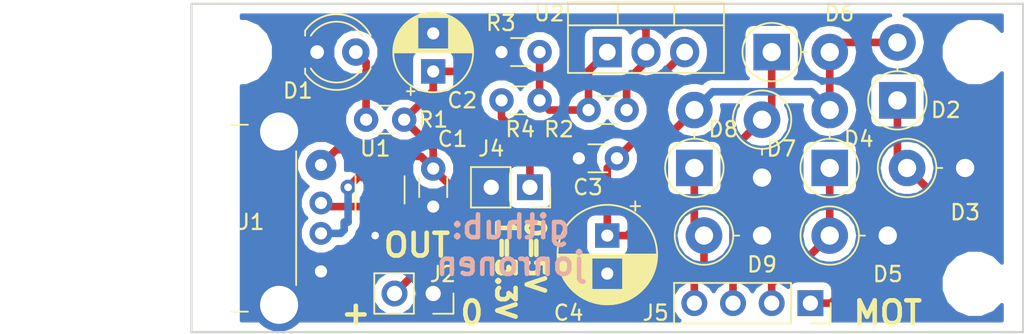
<source format=kicad_pcb>
(kicad_pcb (version 20171130) (host pcbnew 5.0.2-bee76a0~70~ubuntu18.04.1)

  (general
    (thickness 1.6)
    (drawings 10)
    (tracks 87)
    (zones 0)
    (modules 26)
    (nets 13)
  )

  (page A4)
  (layers
    (0 F.Cu signal)
    (31 B.Cu signal)
    (32 B.Adhes user)
    (33 F.Adhes user)
    (34 B.Paste user)
    (35 F.Paste user)
    (36 B.SilkS user)
    (37 F.SilkS user)
    (38 B.Mask user)
    (39 F.Mask user)
    (40 Dwgs.User user)
    (41 Cmts.User user)
    (42 Eco1.User user)
    (43 Eco2.User user)
    (44 Edge.Cuts user)
    (45 Margin user)
    (46 B.CrtYd user)
    (47 F.CrtYd user)
    (48 B.Fab user)
    (49 F.Fab user)
  )

  (setup
    (last_trace_width 0.5)
    (trace_clearance 0.3)
    (zone_clearance 0.508)
    (zone_45_only no)
    (trace_min 0.2)
    (segment_width 0.2)
    (edge_width 0.15)
    (via_size 1)
    (via_drill 0.5)
    (via_min_size 0.4)
    (via_min_drill 0.3)
    (uvia_size 0.3)
    (uvia_drill 0.1)
    (uvias_allowed no)
    (uvia_min_size 0.2)
    (uvia_min_drill 0.1)
    (pcb_text_width 0.3)
    (pcb_text_size 1.5 1.5)
    (mod_edge_width 0.15)
    (mod_text_size 1 1)
    (mod_text_width 0.15)
    (pad_size 1.524 1.524)
    (pad_drill 0.762)
    (pad_to_mask_clearance 0.051)
    (solder_mask_min_width 0.25)
    (aux_axis_origin 0 0)
    (visible_elements FFFFFF7F)
    (pcbplotparams
      (layerselection 0x010fc_ffffffff)
      (usegerberextensions false)
      (usegerberattributes false)
      (usegerberadvancedattributes false)
      (creategerberjobfile false)
      (excludeedgelayer true)
      (linewidth 0.100000)
      (plotframeref false)
      (viasonmask false)
      (mode 1)
      (useauxorigin false)
      (hpglpennumber 1)
      (hpglpenspeed 20)
      (hpglpendiameter 15.000000)
      (psnegative false)
      (psa4output false)
      (plotreference true)
      (plotvalue true)
      (plotinvisibletext false)
      (padsonsilk false)
      (subtractmaskfromsilk false)
      (outputformat 1)
      (mirror false)
      (drillshape 1)
      (scaleselection 1)
      (outputdirectory ""))
  )

  (net 0 "")
  (net 1 "Net-(C1-Pad1)")
  (net 2 "Net-(C1-Pad2)")
  (net 3 "Net-(C3-Pad1)")
  (net 4 "Net-(D1-Pad2)")
  (net 5 "Net-(D2-Pad1)")
  (net 6 "Net-(D4-Pad1)")
  (net 7 "Net-(D6-Pad1)")
  (net 8 "Net-(D8-Pad1)")
  (net 9 "Net-(J1-Pad2)")
  (net 10 "Net-(J1-Pad3)")
  (net 11 "Net-(J4-Pad1)")
  (net 12 "Net-(R2-Pad2)")

  (net_class Default "This is the default net class."
    (clearance 0.3)
    (trace_width 0.5)
    (via_dia 1)
    (via_drill 0.5)
    (uvia_dia 0.3)
    (uvia_drill 0.1)
    (add_net "Net-(C1-Pad1)")
    (add_net "Net-(C1-Pad2)")
    (add_net "Net-(C3-Pad1)")
    (add_net "Net-(D1-Pad2)")
    (add_net "Net-(D2-Pad1)")
    (add_net "Net-(D4-Pad1)")
    (add_net "Net-(D6-Pad1)")
    (add_net "Net-(D8-Pad1)")
    (add_net "Net-(J1-Pad2)")
    (add_net "Net-(J1-Pad3)")
    (add_net "Net-(J4-Pad1)")
    (add_net "Net-(R2-Pad2)")
  )

  (module my_shit:USB_A_Female (layer F.Cu) (tedit 5C1D515C) (tstamp 5C1D54CD)
    (at 65.532 64.262 180)
    (descr http://cnctech.us/pdfs/1001-011-01101.pdf)
    (tags USB-A)
    (path /5BFB4995)
    (attr smd)
    (fp_text reference J1 (at -5.08 -0.254 180) (layer F.SilkS)
      (effects (font (size 1 1) (thickness 0.15)))
    )
    (fp_text value USB_A (at 0 8) (layer F.Fab) hide
      (effects (font (size 1 1) (thickness 0.15)))
    )
    (fp_line (start -11.4 6.35) (end -9.15 6.35) (layer F.CrtYd) (width 0.05))
    (fp_line (start -9.15 6.35) (end -9.15 7.15) (layer F.CrtYd) (width 0.05))
    (fp_line (start -9.15 7.15) (end -4.65 7.15) (layer F.CrtYd) (width 0.05))
    (fp_line (start -4.65 7.15) (end -4.65 6.52) (layer F.CrtYd) (width 0.05))
    (fp_line (start -4.65 6.52) (end 11.4 6.52) (layer F.CrtYd) (width 0.05))
    (fp_text user %R (at -6 0 270) (layer F.Fab) hide
      (effects (font (size 1 1) (thickness 0.15)))
    )
    (fp_line (start 11.4 6.52) (end 11.4 -6.52) (layer F.CrtYd) (width 0.05))
    (fp_line (start -4.65 -6.52) (end 11.4 -6.52) (layer F.CrtYd) (width 0.05))
    (fp_line (start -4.65 -6.52) (end -4.65 -7.15) (layer F.CrtYd) (width 0.05))
    (fp_line (start -9.15 -7.15) (end -4.65 -7.15) (layer F.CrtYd) (width 0.05))
    (fp_line (start -9.15 -7.15) (end -9.15 -6.35) (layer F.CrtYd) (width 0.05))
    (fp_line (start -11.4 -6.35) (end -9.15 -6.35) (layer F.CrtYd) (width 0.05))
    (fp_line (start -11.4 6.35) (end -11.4 -6.35) (layer F.CrtYd) (width 0.05))
    (fp_line (start -4.85 6.145) (end -3.8 6.145) (layer F.SilkS) (width 0.12))
    (fp_line (start -4.85 -6.145) (end -3.8 -6.145) (layer F.SilkS) (width 0.12))
    (fp_text user "PCB Edge" (at -1.524 -0.05 270) (layer Dwgs.User)
      (effects (font (size 0.6 0.6) (thickness 0.09)))
    )
    (fp_line (start -1.016 6.025) (end -1.016 -6.025) (layer Dwgs.User) (width 0.1))
    (fp_line (start -8.02 -4.4) (end -8.02 4.4) (layer F.SilkS) (width 0.12))
    (fp_line (start -10.4 -3.25) (end -7.9 -3.25) (layer F.Fab) (width 0.1))
    (fp_line (start -10.4 -3.25) (end -10.4 -3.75) (layer F.Fab) (width 0.1))
    (fp_line (start -10.4 -3.75) (end -7.9 -3.75) (layer F.Fab) (width 0.1))
    (fp_line (start -10.4 -1.25) (end -7.9 -1.25) (layer F.Fab) (width 0.1))
    (fp_line (start -10.4 -0.75) (end -7.9 -0.75) (layer F.Fab) (width 0.1))
    (fp_line (start -10.4 -0.75) (end -10.4 -1.25) (layer F.Fab) (width 0.1))
    (fp_line (start -10.4 1.25) (end -7.9 1.25) (layer F.Fab) (width 0.1))
    (fp_line (start -10.4 1.25) (end -10.4 0.75) (layer F.Fab) (width 0.1))
    (fp_line (start -10.4 0.75) (end -7.9 0.75) (layer F.Fab) (width 0.1))
    (fp_line (start -10.4 3.75) (end -7.9 3.75) (layer F.Fab) (width 0.1))
    (fp_line (start -10.4 3.25) (end -7.9 3.25) (layer F.Fab) (width 0.1))
    (fp_line (start -10.4 3.75) (end -10.4 3.25) (layer F.Fab) (width 0.1))
    (fp_line (start 10.9 6.025) (end 10.9 -6.025) (layer F.Fab) (width 0.1))
    (fp_line (start -7.9 6.025) (end 10.9 6.025) (layer F.Fab) (width 0.1))
    (fp_line (start -7.9 -6.025) (end 10.9 -6.025) (layer F.Fab) (width 0.1))
    (fp_line (start -7.9 6.025) (end -7.9 -6.025) (layer F.Fab) (width 0.1))
    (pad 5 thru_hole circle (at -6.9 5.7 180) (size 3.5 3.5) (drill 2.5) (layers *.Cu *.Mask)
      (net 2 "Net-(C1-Pad2)"))
    (pad 5 thru_hole circle (at -6.9 -5.7 180) (size 3.5 3.5) (drill 2.5) (layers *.Cu *.Mask)
      (net 2 "Net-(C1-Pad2)"))
    (pad 1 thru_hole circle (at -9.65 3.5 180) (size 2 2) (drill 0.8) (layers *.Cu *.Mask)
      (net 1 "Net-(C1-Pad1)"))
    (pad 4 thru_hole circle (at -9.65 -3.5 180) (size 2 2) (drill 0.8) (layers *.Cu *.Mask)
      (net 2 "Net-(C1-Pad2)"))
    (pad 2 thru_hole circle (at -9.65 1 180) (size 1.5 1.5) (drill 0.8) (layers *.Cu *.Mask)
      (net 9 "Net-(J1-Pad2)"))
    (pad 3 thru_hole circle (at -9.65 -1 180) (size 1.5 1.5) (drill 0.8) (layers *.Cu *.Mask)
      (net 10 "Net-(J1-Pad3)"))
    (model ${KISYS3DMOD}/Connector_USB.3dshapes/USB_A_CNCTech_1001-011-01101_Horizontal.wrl
      (at (xyz 0 0 0))
      (scale (xyz 1 1 1))
      (rotate (xyz 0 0 0))
    )
  )

  (module Package_TO_SOT_THT:TO-220-3_Vertical (layer F.Cu) (tedit 5BFDADD7) (tstamp 5C090114)
    (at 93.98 53.34)
    (descr "TO-220-3, Vertical, RM 2.54mm, see https://www.vishay.com/docs/66542/to-220-1.pdf")
    (tags "TO-220-3 Vertical RM 2.54mm")
    (path /5BEF63E5)
    (fp_text reference U2 (at -3.81 -2.54) (layer F.SilkS)
      (effects (font (size 1 1) (thickness 0.15)))
    )
    (fp_text value LM317_3PinPackage (at 2.54 2.5) (layer F.Fab) hide
      (effects (font (size 1 1) (thickness 0.15)))
    )
    (fp_line (start -2.46 -3.15) (end -2.46 1.25) (layer F.Fab) (width 0.1))
    (fp_line (start -2.46 1.25) (end 7.54 1.25) (layer F.Fab) (width 0.1))
    (fp_line (start 7.54 1.25) (end 7.54 -3.15) (layer F.Fab) (width 0.1))
    (fp_line (start 7.54 -3.15) (end -2.46 -3.15) (layer F.Fab) (width 0.1))
    (fp_line (start -2.46 -1.88) (end 7.54 -1.88) (layer F.Fab) (width 0.1))
    (fp_line (start 0.69 -3.15) (end 0.69 -1.88) (layer F.Fab) (width 0.1))
    (fp_line (start 4.39 -3.15) (end 4.39 -1.88) (layer F.Fab) (width 0.1))
    (fp_line (start -2.58 -3.27) (end 7.66 -3.27) (layer F.SilkS) (width 0.12))
    (fp_line (start -2.58 1.371) (end 7.66 1.371) (layer F.SilkS) (width 0.12))
    (fp_line (start -2.58 -3.27) (end -2.58 1.371) (layer F.SilkS) (width 0.12))
    (fp_line (start 7.66 -3.27) (end 7.66 1.371) (layer F.SilkS) (width 0.12))
    (fp_line (start -2.58 -1.76) (end 7.66 -1.76) (layer F.SilkS) (width 0.12))
    (fp_line (start 0.69 -3.27) (end 0.69 -1.76) (layer F.SilkS) (width 0.12))
    (fp_line (start 4.391 -3.27) (end 4.391 -1.76) (layer F.SilkS) (width 0.12))
    (fp_line (start -2.71 -3.4) (end -2.71 1.51) (layer F.CrtYd) (width 0.05))
    (fp_line (start -2.71 1.51) (end 7.79 1.51) (layer F.CrtYd) (width 0.05))
    (fp_line (start 7.79 1.51) (end 7.79 -3.4) (layer F.CrtYd) (width 0.05))
    (fp_line (start 7.79 -3.4) (end -2.71 -3.4) (layer F.CrtYd) (width 0.05))
    (fp_text user %R (at 2.54 -4.27) (layer F.Fab) hide
      (effects (font (size 1 1) (thickness 0.15)))
    )
    (pad 1 thru_hole rect (at 0 0) (size 1.905 2) (drill 1.1) (layers *.Cu *.Mask)
      (net 12 "Net-(R2-Pad2)"))
    (pad 2 thru_hole oval (at 2.54 0) (size 1.905 2) (drill 1.1) (layers *.Cu *.Mask)
      (net 1 "Net-(C1-Pad1)"))
    (pad 3 thru_hole oval (at 5.08 0) (size 1.905 2) (drill 1.1) (layers *.Cu *.Mask)
      (net 3 "Net-(C3-Pad1)"))
    (model ${KISYS3DMOD}/Package_TO_SOT_THT.3dshapes/TO-220-3_Vertical.wrl
      (at (xyz 0 0 0))
      (scale (xyz 1 1 1))
      (rotate (xyz 0 0 0))
    )
  )

  (module MountingHole:MountingHole_3.2mm_M3_DIN965 (layer F.Cu) (tedit 5BFDAE6D) (tstamp 5C085E2A)
    (at 69.85 53.34)
    (descr "Mounting Hole 3.2mm, no annular, M3, DIN965")
    (tags "mounting hole 3.2mm no annular m3 din965")
    (attr virtual)
    (fp_text reference REF** (at 0 -3.8) (layer F.SilkS) hide
      (effects (font (size 1 1) (thickness 0.15)))
    )
    (fp_text value MountingHole_3.2mm_M3_DIN965 (at 0 3.8) (layer F.Fab) hide
      (effects (font (size 1 1) (thickness 0.15)))
    )
    (fp_text user %R (at 0.3 0) (layer F.Fab) hide
      (effects (font (size 1 1) (thickness 0.15)))
    )
    (fp_circle (center 0 0) (end 2.8 0) (layer Cmts.User) (width 0.15))
    (fp_circle (center 0 0) (end 3.05 0) (layer F.CrtYd) (width 0.05))
    (pad 1 np_thru_hole circle (at 0 0) (size 3.2 3.2) (drill 3.2) (layers *.Cu *.Mask))
  )

  (module MountingHole:MountingHole_3.2mm_M3_DIN965 (layer F.Cu) (tedit 5BFDAF34) (tstamp 5C083A4E)
    (at 118.11 68.58 90)
    (descr "Mounting Hole 3.2mm, no annular, M3, DIN965")
    (tags "mounting hole 3.2mm no annular m3 din965")
    (attr virtual)
    (fp_text reference REF** (at 0 -3.8 90) (layer F.SilkS) hide
      (effects (font (size 1 1) (thickness 0.15)))
    )
    (fp_text value MountingHole_3.2mm_M3_DIN965 (at 0 3.8 90) (layer F.Fab) hide
      (effects (font (size 1 1) (thickness 0.15)))
    )
    (fp_text user %R (at 0.3 0 90) (layer F.Fab) hide
      (effects (font (size 1 1) (thickness 0.15)))
    )
    (fp_circle (center 0 0) (end 2.8 0) (layer Cmts.User) (width 0.15))
    (fp_circle (center 0 0) (end 3.05 0) (layer F.CrtYd) (width 0.05))
    (pad 1 np_thru_hole circle (at 0 0 90) (size 3.2 3.2) (drill 3.2) (layers *.Cu *.Mask))
  )

  (module Capacitor_THT:C_Disc_D3.0mm_W1.6mm_P2.50mm (layer F.Cu) (tedit 5BFB07AB) (tstamp 5BFB1448)
    (at 82.55 61 270)
    (descr "C, Disc series, Radial, pin pitch=2.50mm, , diameter*width=3.0*1.6mm^2, Capacitor, http://www.vishay.com/docs/45233/krseries.pdf")
    (tags "C Disc series Radial pin pitch 2.50mm  diameter 3.0mm width 1.6mm Capacitor")
    (path /5BFA9BEA)
    (fp_text reference C1 (at -1.945 -1.27) (layer F.SilkS)
      (effects (font (size 1 1) (thickness 0.15)))
    )
    (fp_text value 100nF (at 1.25 2.05 270) (layer F.Fab) hide
      (effects (font (size 1 1) (thickness 0.15)))
    )
    (fp_line (start -0.25 -0.8) (end -0.25 0.8) (layer F.Fab) (width 0.1))
    (fp_line (start -0.25 0.8) (end 2.75 0.8) (layer F.Fab) (width 0.1))
    (fp_line (start 2.75 0.8) (end 2.75 -0.8) (layer F.Fab) (width 0.1))
    (fp_line (start 2.75 -0.8) (end -0.25 -0.8) (layer F.Fab) (width 0.1))
    (fp_line (start 0.621 -0.92) (end 1.879 -0.92) (layer F.SilkS) (width 0.12))
    (fp_line (start 0.621 0.92) (end 1.879 0.92) (layer F.SilkS) (width 0.12))
    (fp_line (start -1.05 -1.05) (end -1.05 1.05) (layer F.CrtYd) (width 0.05))
    (fp_line (start -1.05 1.05) (end 3.55 1.05) (layer F.CrtYd) (width 0.05))
    (fp_line (start 3.55 1.05) (end 3.55 -1.05) (layer F.CrtYd) (width 0.05))
    (fp_line (start 3.55 -1.05) (end -1.05 -1.05) (layer F.CrtYd) (width 0.05))
    (fp_text user %R (at 1.25 0 270) (layer F.Fab) hide
      (effects (font (size 0.6 0.6) (thickness 0.09)))
    )
    (pad 1 thru_hole circle (at 0 0 270) (size 1.6 1.6) (drill 0.8) (layers *.Cu *.Mask)
      (net 1 "Net-(C1-Pad1)"))
    (pad 2 thru_hole circle (at 2.5 0 270) (size 1.6 1.6) (drill 0.8) (layers *.Cu *.Mask)
      (net 2 "Net-(C1-Pad2)"))
    (model ${KISYS3DMOD}/Capacitor_THT.3dshapes/C_Disc_D3.0mm_W1.6mm_P2.50mm.wrl
      (at (xyz 0 0 0))
      (scale (xyz 1 1 1))
      (rotate (xyz 0 0 0))
    )
  )

  (module Capacitor_THT:C_Disc_D3.0mm_W1.6mm_P2.50mm (layer F.Cu) (tedit 5BFB0663) (tstamp 5BFA5441)
    (at 94.615 60.325 180)
    (descr "C, Disc series, Radial, pin pitch=2.50mm, , diameter*width=3.0*1.6mm^2, Capacitor, http://www.vishay.com/docs/45233/krseries.pdf")
    (tags "C Disc series Radial pin pitch 2.50mm  diameter 3.0mm width 1.6mm Capacitor")
    (path /5BEF4EE2)
    (fp_text reference C3 (at 1.905 -1.905 180) (layer F.SilkS)
      (effects (font (size 1 1) (thickness 0.15)))
    )
    (fp_text value 100nF (at 1.25 2.05 180) (layer F.Fab) hide
      (effects (font (size 1 1) (thickness 0.15)))
    )
    (fp_text user %R (at 1.25 2.704999 180) (layer F.Fab) hide
      (effects (font (size 0.6 0.6) (thickness 0.09)))
    )
    (fp_line (start 3.55 -1.05) (end -1.05 -1.05) (layer F.CrtYd) (width 0.05))
    (fp_line (start 3.55 1.05) (end 3.55 -1.05) (layer F.CrtYd) (width 0.05))
    (fp_line (start -1.05 1.05) (end 3.55 1.05) (layer F.CrtYd) (width 0.05))
    (fp_line (start -1.05 -1.05) (end -1.05 1.05) (layer F.CrtYd) (width 0.05))
    (fp_line (start 0.621 0.92) (end 1.879 0.92) (layer F.SilkS) (width 0.12))
    (fp_line (start 0.621 -0.92) (end 1.879 -0.92) (layer F.SilkS) (width 0.12))
    (fp_line (start 2.75 -0.8) (end -0.25 -0.8) (layer F.Fab) (width 0.1))
    (fp_line (start 2.75 0.8) (end 2.75 -0.8) (layer F.Fab) (width 0.1))
    (fp_line (start -0.25 0.8) (end 2.75 0.8) (layer F.Fab) (width 0.1))
    (fp_line (start -0.25 -0.8) (end -0.25 0.8) (layer F.Fab) (width 0.1))
    (pad 2 thru_hole circle (at 2.5 0 180) (size 1.6 1.6) (drill 0.8) (layers *.Cu *.Mask)
      (net 2 "Net-(C1-Pad2)"))
    (pad 1 thru_hole circle (at 0 0 180) (size 1.6 1.6) (drill 0.8) (layers *.Cu *.Mask)
      (net 3 "Net-(C3-Pad1)"))
    (model ${KISYS3DMOD}/Capacitor_THT.3dshapes/C_Disc_D3.0mm_W1.6mm_P2.50mm.wrl
      (at (xyz 0 0 0))
      (scale (xyz 1 1 1))
      (rotate (xyz 0 0 0))
    )
  )

  (module LED_THT:LED_D4.0mm (layer F.Cu) (tedit 5BFB068A) (tstamp 5BFA554A)
    (at 74.93 53.34)
    (descr "LED, diameter 4.0mm, 2 pins, http://www.kingbright.com/attachments/file/psearch/000/00/00/L-43GD(Ver.12B).pdf")
    (tags "LED diameter 4.0mm 2 pins")
    (path /5BF10654)
    (fp_text reference D1 (at -1.27 2.54) (layer F.SilkS)
      (effects (font (size 1 1) (thickness 0.15)))
    )
    (fp_text value LED (at 1.27 3.46) (layer F.Fab) hide
      (effects (font (size 1 1) (thickness 0.15)))
    )
    (fp_arc (start 1.27 0) (end -0.73 -1.32665) (angle 292.9) (layer F.Fab) (width 0.1))
    (fp_arc (start 1.27 0) (end -0.79 -1.398749) (angle 120.1) (layer F.SilkS) (width 0.12))
    (fp_arc (start 1.27 0) (end -0.79 1.398749) (angle -120.1) (layer F.SilkS) (width 0.12))
    (fp_arc (start 1.27 0) (end -0.41333 -1.08) (angle 114.6) (layer F.SilkS) (width 0.12))
    (fp_arc (start 1.27 0) (end -0.41333 1.08) (angle -114.6) (layer F.SilkS) (width 0.12))
    (fp_circle (center 1.27 0) (end 3.27 0) (layer F.Fab) (width 0.1))
    (fp_line (start -0.73 -1.32665) (end -0.73 1.32665) (layer F.Fab) (width 0.1))
    (fp_line (start -0.79 -1.399) (end -0.79 -1.08) (layer F.SilkS) (width 0.12))
    (fp_line (start -0.79 1.08) (end -0.79 1.399) (layer F.SilkS) (width 0.12))
    (fp_line (start -1.45 -2.75) (end -1.45 2.75) (layer F.CrtYd) (width 0.05))
    (fp_line (start -1.45 2.75) (end 4 2.75) (layer F.CrtYd) (width 0.05))
    (fp_line (start 4 2.75) (end 4 -2.75) (layer F.CrtYd) (width 0.05))
    (fp_line (start 4 -2.75) (end -1.45 -2.75) (layer F.CrtYd) (width 0.05))
    (pad 1 thru_hole rect (at 0 0) (size 1.8 1.8) (drill 0.9) (layers *.Cu *.Mask)
      (net 2 "Net-(C1-Pad2)"))
    (pad 2 thru_hole circle (at 2.54 0) (size 1.8 1.8) (drill 0.9) (layers *.Cu *.Mask)
      (net 4 "Net-(D1-Pad2)"))
    (model ${KISYS3DMOD}/LED_THT.3dshapes/LED_D4.0mm.wrl
      (at (xyz 0 0 0))
      (scale (xyz 1 1 1))
      (rotate (xyz 0 0 0))
    )
  )

  (module Connector_PinSocket_2.54mm:PinSocket_1x02_P2.54mm_Vertical (layer F.Cu) (tedit 5BFB0797) (tstamp 5BFA843B)
    (at 82.55 69.215 270)
    (descr "Through hole straight socket strip, 1x02, 2.54mm pitch, single row (from Kicad 4.0.7), script generated")
    (tags "Through hole socket strip THT 1x02 2.54mm single row")
    (path /5BF1395D)
    (fp_text reference J2 (at -1.27 -0.635) (layer F.SilkS)
      (effects (font (size 1 1) (thickness 0.15)))
    )
    (fp_text value Screw_Terminal_01x02 (at 0 5.31 270) (layer F.Fab) hide
      (effects (font (size 1 1) (thickness 0.15)))
    )
    (fp_line (start -1.27 -1.27) (end 0.635 -1.27) (layer F.Fab) (width 0.1))
    (fp_line (start 0.635 -1.27) (end 1.27 -0.635) (layer F.Fab) (width 0.1))
    (fp_line (start 1.27 -0.635) (end 1.27 3.81) (layer F.Fab) (width 0.1))
    (fp_line (start 1.27 3.81) (end -1.27 3.81) (layer F.Fab) (width 0.1))
    (fp_line (start -1.27 3.81) (end -1.27 -1.27) (layer F.Fab) (width 0.1))
    (fp_line (start -1.33 1.27) (end 1.33 1.27) (layer F.SilkS) (width 0.12))
    (fp_line (start -1.33 1.27) (end -1.33 3.87) (layer F.SilkS) (width 0.12))
    (fp_line (start -1.33 3.87) (end 1.33 3.87) (layer F.SilkS) (width 0.12))
    (fp_line (start 1.33 1.27) (end 1.33 3.87) (layer F.SilkS) (width 0.12))
    (fp_line (start 1.33 -1.33) (end 1.33 0) (layer F.SilkS) (width 0.12))
    (fp_line (start 0 -1.33) (end 1.33 -1.33) (layer F.SilkS) (width 0.12))
    (fp_line (start -1.8 -1.8) (end 1.75 -1.8) (layer F.CrtYd) (width 0.05))
    (fp_line (start 1.75 -1.8) (end 1.75 4.3) (layer F.CrtYd) (width 0.05))
    (fp_line (start 1.75 4.3) (end -1.8 4.3) (layer F.CrtYd) (width 0.05))
    (fp_line (start -1.8 4.3) (end -1.8 -1.8) (layer F.CrtYd) (width 0.05))
    (fp_text user %R (at -1.27 1.27) (layer F.Fab) hide
      (effects (font (size 1 1) (thickness 0.15)))
    )
    (pad 1 thru_hole rect (at 0 0 270) (size 1.7 1.7) (drill 1) (layers *.Cu *.Mask)
      (net 2 "Net-(C1-Pad2)"))
    (pad 2 thru_hole oval (at 0 2.54 270) (size 1.7 1.7) (drill 1) (layers *.Cu *.Mask)
      (net 1 "Net-(C1-Pad1)"))
    (model ${KISYS3DMOD}/Connector_PinSocket_2.54mm.3dshapes/PinSocket_1x02_P2.54mm_Vertical.wrl
      (at (xyz 0 0 0))
      (scale (xyz 1 1 1))
      (rotate (xyz 0 0 0))
    )
  )

  (module Connector_PinSocket_2.54mm:PinSocket_1x02_P2.54mm_Vertical (layer F.Cu) (tedit 5BFB078E) (tstamp 5BFB1DFF)
    (at 88.9 62.23 270)
    (descr "Through hole straight socket strip, 1x02, 2.54mm pitch, single row (from Kicad 4.0.7), script generated")
    (tags "Through hole socket strip THT 1x02 2.54mm single row")
    (path /5BF0D6D8)
    (fp_text reference J4 (at -2.54 2.54) (layer F.SilkS)
      (effects (font (size 1 1) (thickness 0.15)))
    )
    (fp_text value Conn_01x02_Male (at 0 5.31 270) (layer F.Fab) hide
      (effects (font (size 1 1) (thickness 0.15)))
    )
    (fp_text user %R (at 0 1.27) (layer F.Fab) hide
      (effects (font (size 1 1) (thickness 0.15)))
    )
    (fp_line (start -1.8 4.3) (end -1.8 -1.8) (layer F.CrtYd) (width 0.05))
    (fp_line (start 1.75 4.3) (end -1.8 4.3) (layer F.CrtYd) (width 0.05))
    (fp_line (start 1.75 -1.8) (end 1.75 4.3) (layer F.CrtYd) (width 0.05))
    (fp_line (start -1.8 -1.8) (end 1.75 -1.8) (layer F.CrtYd) (width 0.05))
    (fp_line (start 0 -1.33) (end 1.33 -1.33) (layer F.SilkS) (width 0.12))
    (fp_line (start 1.33 -1.33) (end 1.33 0) (layer F.SilkS) (width 0.12))
    (fp_line (start 1.33 1.27) (end 1.33 3.87) (layer F.SilkS) (width 0.12))
    (fp_line (start -1.33 3.87) (end 1.33 3.87) (layer F.SilkS) (width 0.12))
    (fp_line (start -1.33 1.27) (end -1.33 3.87) (layer F.SilkS) (width 0.12))
    (fp_line (start -1.33 1.27) (end 1.33 1.27) (layer F.SilkS) (width 0.12))
    (fp_line (start -1.27 3.81) (end -1.27 -1.27) (layer F.Fab) (width 0.1))
    (fp_line (start 1.27 3.81) (end -1.27 3.81) (layer F.Fab) (width 0.1))
    (fp_line (start 1.27 -0.635) (end 1.27 3.81) (layer F.Fab) (width 0.1))
    (fp_line (start 0.635 -1.27) (end 1.27 -0.635) (layer F.Fab) (width 0.1))
    (fp_line (start -1.27 -1.27) (end 0.635 -1.27) (layer F.Fab) (width 0.1))
    (pad 2 thru_hole oval (at 0 2.54 270) (size 1.7 1.7) (drill 1) (layers *.Cu *.Mask)
      (net 2 "Net-(C1-Pad2)"))
    (pad 1 thru_hole rect (at 0 0 270) (size 1.7 1.7) (drill 1) (layers *.Cu *.Mask)
      (net 11 "Net-(J4-Pad1)"))
    (model ${KISYS3DMOD}/Connector_PinSocket_2.54mm.3dshapes/PinSocket_1x02_P2.54mm_Vertical.wrl
      (at (xyz 0 0 0))
      (scale (xyz 1 1 1))
      (rotate (xyz 0 0 0))
    )
  )

  (module Connector_PinSocket_2.54mm:PinSocket_1x04_P2.54mm_Vertical (layer F.Cu) (tedit 5BFB0619) (tstamp 5C090013)
    (at 107.315 69.85 270)
    (descr "Through hole straight socket strip, 1x04, 2.54mm pitch, single row (from Kicad 4.0.7), script generated")
    (tags "Through hole socket strip THT 1x04 2.54mm single row")
    (path /5BF10454)
    (fp_text reference J5 (at 0.635 10.16) (layer F.SilkS)
      (effects (font (size 1 1) (thickness 0.15)))
    )
    (fp_text value Conn_01x04_Male (at 0 10.39 270) (layer F.Fab) hide
      (effects (font (size 1 1) (thickness 0.15)))
    )
    (fp_line (start -1.27 -1.27) (end 0.635 -1.27) (layer F.Fab) (width 0.1))
    (fp_line (start 0.635 -1.27) (end 1.27 -0.635) (layer F.Fab) (width 0.1))
    (fp_line (start 1.27 -0.635) (end 1.27 8.89) (layer F.Fab) (width 0.1))
    (fp_line (start 1.27 8.89) (end -1.27 8.89) (layer F.Fab) (width 0.1))
    (fp_line (start -1.27 8.89) (end -1.27 -1.27) (layer F.Fab) (width 0.1))
    (fp_line (start -1.33 1.27) (end 1.33 1.27) (layer F.SilkS) (width 0.12))
    (fp_line (start -1.33 1.27) (end -1.33 8.95) (layer F.SilkS) (width 0.12))
    (fp_line (start -1.33 8.95) (end 1.33 8.95) (layer F.SilkS) (width 0.12))
    (fp_line (start 1.33 1.27) (end 1.33 8.95) (layer F.SilkS) (width 0.12))
    (fp_line (start 1.33 -1.33) (end 1.33 0) (layer F.SilkS) (width 0.12))
    (fp_line (start 0 -1.33) (end 1.33 -1.33) (layer F.SilkS) (width 0.12))
    (fp_line (start -1.8 -1.8) (end 1.75 -1.8) (layer F.CrtYd) (width 0.05))
    (fp_line (start 1.75 -1.8) (end 1.75 9.4) (layer F.CrtYd) (width 0.05))
    (fp_line (start 1.75 9.4) (end -1.8 9.4) (layer F.CrtYd) (width 0.05))
    (fp_line (start -1.8 9.4) (end -1.8 -1.8) (layer F.CrtYd) (width 0.05))
    (fp_text user %R (at 0 3.81) (layer F.Fab)
      (effects (font (size 1 1) (thickness 0.15)))
    )
    (pad 1 thru_hole rect (at 0 0 270) (size 1.7 1.7) (drill 1) (layers *.Cu *.Mask)
      (net 5 "Net-(D2-Pad1)"))
    (pad 2 thru_hole oval (at 0 2.54 270) (size 1.7 1.7) (drill 1) (layers *.Cu *.Mask)
      (net 6 "Net-(D4-Pad1)"))
    (pad 3 thru_hole oval (at 0 5.08 270) (size 1.7 1.7) (drill 1) (layers *.Cu *.Mask)
      (net 7 "Net-(D6-Pad1)"))
    (pad 4 thru_hole oval (at 0 7.62 270) (size 1.7 1.7) (drill 1) (layers *.Cu *.Mask)
      (net 8 "Net-(D8-Pad1)"))
    (model ${KISYS3DMOD}/Connector_PinSocket_2.54mm.3dshapes/PinSocket_1x04_P2.54mm_Vertical.wrl
      (at (xyz 0 0 0))
      (scale (xyz 1 1 1))
      (rotate (xyz 0 0 0))
    )
  )

  (module Capacitor_THT:C_Disc_D3.0mm_W1.6mm_P2.50mm (layer F.Cu) (tedit 5BFB07A7) (tstamp 5BFA56DD)
    (at 80.645 57.785 180)
    (descr "C, Disc series, Radial, pin pitch=2.50mm, , diameter*width=3.0*1.6mm^2, Capacitor, http://www.vishay.com/docs/45233/krseries.pdf")
    (tags "C Disc series Radial pin pitch 2.50mm  diameter 3.0mm width 1.6mm Capacitor")
    (path /5BF1051B)
    (fp_text reference R1 (at -1.905 0 180) (layer F.SilkS)
      (effects (font (size 1 1) (thickness 0.15)))
    )
    (fp_text value 1K (at 1.25 2.05 180) (layer F.Fab) hide
      (effects (font (size 1 1) (thickness 0.15)))
    )
    (fp_text user %R (at 1.25 0 180) (layer F.Fab) hide
      (effects (font (size 0.6 0.6) (thickness 0.09)))
    )
    (fp_line (start 3.55 -1.05) (end -1.05 -1.05) (layer F.CrtYd) (width 0.05))
    (fp_line (start 3.55 1.05) (end 3.55 -1.05) (layer F.CrtYd) (width 0.05))
    (fp_line (start -1.05 1.05) (end 3.55 1.05) (layer F.CrtYd) (width 0.05))
    (fp_line (start -1.05 -1.05) (end -1.05 1.05) (layer F.CrtYd) (width 0.05))
    (fp_line (start 0.621 0.92) (end 1.879 0.92) (layer F.SilkS) (width 0.12))
    (fp_line (start 0.621 -0.92) (end 1.879 -0.92) (layer F.SilkS) (width 0.12))
    (fp_line (start 2.75 -0.8) (end -0.25 -0.8) (layer F.Fab) (width 0.1))
    (fp_line (start 2.75 0.8) (end 2.75 -0.8) (layer F.Fab) (width 0.1))
    (fp_line (start -0.25 0.8) (end 2.75 0.8) (layer F.Fab) (width 0.1))
    (fp_line (start -0.25 -0.8) (end -0.25 0.8) (layer F.Fab) (width 0.1))
    (pad 2 thru_hole circle (at 2.5 0 180) (size 1.6 1.6) (drill 0.8) (layers *.Cu *.Mask)
      (net 4 "Net-(D1-Pad2)"))
    (pad 1 thru_hole circle (at 0 0 180) (size 1.6 1.6) (drill 0.8) (layers *.Cu *.Mask)
      (net 1 "Net-(C1-Pad1)"))
    (model ${KISYS3DMOD}/Capacitor_THT.3dshapes/C_Disc_D3.0mm_W1.6mm_P2.50mm.wrl
      (at (xyz 0 0 0))
      (scale (xyz 1 1 1))
      (rotate (xyz 0 0 0))
    )
  )

  (module Capacitor_THT:C_Disc_D3.0mm_W1.6mm_P2.50mm (layer F.Cu) (tedit 5BFB973D) (tstamp 5BFB0836)
    (at 95.25 57.15 180)
    (descr "C, Disc series, Radial, pin pitch=2.50mm, , diameter*width=3.0*1.6mm^2, Capacitor, http://www.vishay.com/docs/45233/krseries.pdf")
    (tags "C Disc series Radial pin pitch 2.50mm  diameter 3.0mm width 1.6mm Capacitor")
    (path /5BF01A29)
    (fp_text reference R2 (at 4.445 -1.27 180) (layer F.SilkS)
      (effects (font (size 1 1) (thickness 0.15)))
    )
    (fp_text value 330R (at 1.25 2.05 180) (layer F.Fab) hide
      (effects (font (size 1 1) (thickness 0.15)))
    )
    (fp_line (start -0.25 -0.8) (end -0.25 0.8) (layer F.Fab) (width 0.1))
    (fp_line (start -0.25 0.8) (end 2.75 0.8) (layer F.Fab) (width 0.1))
    (fp_line (start 2.75 0.8) (end 2.75 -0.8) (layer F.Fab) (width 0.1))
    (fp_line (start 2.75 -0.8) (end -0.25 -0.8) (layer F.Fab) (width 0.1))
    (fp_line (start 0.621 -0.92) (end 1.879 -0.92) (layer F.SilkS) (width 0.12))
    (fp_line (start 0.621 0.92) (end 1.879 0.92) (layer F.SilkS) (width 0.12))
    (fp_line (start -1.05 -1.05) (end -1.05 1.05) (layer F.CrtYd) (width 0.05))
    (fp_line (start -1.05 1.05) (end 3.55 1.05) (layer F.CrtYd) (width 0.05))
    (fp_line (start 3.55 1.05) (end 3.55 -1.05) (layer F.CrtYd) (width 0.05))
    (fp_line (start 3.55 -1.05) (end -1.05 -1.05) (layer F.CrtYd) (width 0.05))
    (fp_text user %R (at 1.25 1.905 180) (layer F.Fab) hide
      (effects (font (size 0.6 0.6) (thickness 0.09)))
    )
    (pad 1 thru_hole circle (at 0 0 180) (size 1.6 1.6) (drill 0.8) (layers *.Cu *.Mask)
      (net 1 "Net-(C1-Pad1)"))
    (pad 2 thru_hole circle (at 2.5 0 180) (size 1.6 1.6) (drill 0.8) (layers *.Cu *.Mask)
      (net 12 "Net-(R2-Pad2)"))
    (model ${KISYS3DMOD}/Capacitor_THT.3dshapes/C_Disc_D3.0mm_W1.6mm_P2.50mm.wrl
      (at (xyz 0 0 0))
      (scale (xyz 1 1 1))
      (rotate (xyz 0 0 0))
    )
  )

  (module Capacitor_THT:C_Disc_D3.0mm_W1.6mm_P2.50mm (layer F.Cu) (tedit 5BFB079E) (tstamp 5BFA56FF)
    (at 89.535 53.34 180)
    (descr "C, Disc series, Radial, pin pitch=2.50mm, , diameter*width=3.0*1.6mm^2, Capacitor, http://www.vishay.com/docs/45233/krseries.pdf")
    (tags "C Disc series Radial pin pitch 2.50mm  diameter 3.0mm width 1.6mm Capacitor")
    (path /5BF04A4B)
    (fp_text reference R3 (at 2.54 1.905 180) (layer F.SilkS)
      (effects (font (size 1 1) (thickness 0.15)))
    )
    (fp_text value 1K (at 1.25 2.05 180) (layer F.Fab) hide
      (effects (font (size 1 1) (thickness 0.15)))
    )
    (fp_text user %R (at 1.25 0 180) (layer F.Fab) hide
      (effects (font (size 0.6 0.6) (thickness 0.09)))
    )
    (fp_line (start 3.55 -1.05) (end -1.05 -1.05) (layer F.CrtYd) (width 0.05))
    (fp_line (start 3.55 1.05) (end 3.55 -1.05) (layer F.CrtYd) (width 0.05))
    (fp_line (start -1.05 1.05) (end 3.55 1.05) (layer F.CrtYd) (width 0.05))
    (fp_line (start -1.05 -1.05) (end -1.05 1.05) (layer F.CrtYd) (width 0.05))
    (fp_line (start 0.621 0.92) (end 1.879 0.92) (layer F.SilkS) (width 0.12))
    (fp_line (start 0.621 -0.92) (end 1.879 -0.92) (layer F.SilkS) (width 0.12))
    (fp_line (start 2.75 -0.8) (end -0.25 -0.8) (layer F.Fab) (width 0.1))
    (fp_line (start 2.75 0.8) (end 2.75 -0.8) (layer F.Fab) (width 0.1))
    (fp_line (start -0.25 0.8) (end 2.75 0.8) (layer F.Fab) (width 0.1))
    (fp_line (start -0.25 -0.8) (end -0.25 0.8) (layer F.Fab) (width 0.1))
    (pad 2 thru_hole circle (at 2.5 0 180) (size 1.6 1.6) (drill 0.8) (layers *.Cu *.Mask)
      (net 2 "Net-(C1-Pad2)"))
    (pad 1 thru_hole circle (at 0 0 180) (size 1.6 1.6) (drill 0.8) (layers *.Cu *.Mask)
      (net 12 "Net-(R2-Pad2)"))
    (model ${KISYS3DMOD}/Capacitor_THT.3dshapes/C_Disc_D3.0mm_W1.6mm_P2.50mm.wrl
      (at (xyz 0 0 0))
      (scale (xyz 1 1 1))
      (rotate (xyz 0 0 0))
    )
  )

  (module Capacitor_THT:C_Disc_D3.0mm_W1.6mm_P2.50mm (layer F.Cu) (tedit 5BFB07A2) (tstamp 5BFA8208)
    (at 89.535 56.515 180)
    (descr "C, Disc series, Radial, pin pitch=2.50mm, , diameter*width=3.0*1.6mm^2, Capacitor, http://www.vishay.com/docs/45233/krseries.pdf")
    (tags "C Disc series Radial pin pitch 2.50mm  diameter 3.0mm width 1.6mm Capacitor")
    (path /5BF0D728)
    (fp_text reference R4 (at 1.27 -1.905 180) (layer F.SilkS)
      (effects (font (size 1 1) (thickness 0.15)))
    )
    (fp_text value 1.2K (at 1.25 2.05 180) (layer F.Fab) hide
      (effects (font (size 1 1) (thickness 0.15)))
    )
    (fp_line (start -0.25 -0.8) (end -0.25 0.8) (layer F.Fab) (width 0.1))
    (fp_line (start -0.25 0.8) (end 2.75 0.8) (layer F.Fab) (width 0.1))
    (fp_line (start 2.75 0.8) (end 2.75 -0.8) (layer F.Fab) (width 0.1))
    (fp_line (start 2.75 -0.8) (end -0.25 -0.8) (layer F.Fab) (width 0.1))
    (fp_line (start 0.621 -0.92) (end 1.879 -0.92) (layer F.SilkS) (width 0.12))
    (fp_line (start 0.621 0.92) (end 1.879 0.92) (layer F.SilkS) (width 0.12))
    (fp_line (start -1.05 -1.05) (end -1.05 1.05) (layer F.CrtYd) (width 0.05))
    (fp_line (start -1.05 1.05) (end 3.55 1.05) (layer F.CrtYd) (width 0.05))
    (fp_line (start 3.55 1.05) (end 3.55 -1.05) (layer F.CrtYd) (width 0.05))
    (fp_line (start 3.55 -1.05) (end -1.05 -1.05) (layer F.CrtYd) (width 0.05))
    (fp_text user %R (at 1.25 0 270) (layer F.Fab) hide
      (effects (font (size 0.6 0.6) (thickness 0.09)))
    )
    (pad 1 thru_hole circle (at 0 0 180) (size 1.6 1.6) (drill 0.8) (layers *.Cu *.Mask)
      (net 12 "Net-(R2-Pad2)"))
    (pad 2 thru_hole circle (at 2.5 0 180) (size 1.6 1.6) (drill 0.8) (layers *.Cu *.Mask)
      (net 11 "Net-(J4-Pad1)"))
    (model ${KISYS3DMOD}/Capacitor_THT.3dshapes/C_Disc_D3.0mm_W1.6mm_P2.50mm.wrl
      (at (xyz 0 0 0))
      (scale (xyz 1 1 1))
      (rotate (xyz 0 0 0))
    )
  )

  (module Package_TO_SOT_SMD:SOT-23-6 (layer F.Cu) (tedit 5BFB0D96) (tstamp 5BFA5726)
    (at 79.06 62.4 90)
    (descr "6-pin SOT-23 package")
    (tags SOT-23-6)
    (path /5BFA33CA)
    (attr smd)
    (fp_text reference U1 (at 2.71 -0.32 180) (layer F.SilkS)
      (effects (font (size 1 1) (thickness 0.15)))
    )
    (fp_text value TPS2514 (at 0 2.9 90) (layer F.Fab) hide
      (effects (font (size 1 1) (thickness 0.15)))
    )
    (fp_text user %R (at 0 0) (layer F.Fab) hide
      (effects (font (size 0.5 0.5) (thickness 0.075)))
    )
    (fp_line (start -0.9 1.61) (end 0.9 1.61) (layer F.SilkS) (width 0.12))
    (fp_line (start 0.9 -1.61) (end -1.55 -1.61) (layer F.SilkS) (width 0.12))
    (fp_line (start 1.9 -1.8) (end -1.9 -1.8) (layer F.CrtYd) (width 0.05))
    (fp_line (start 1.9 1.8) (end 1.9 -1.8) (layer F.CrtYd) (width 0.05))
    (fp_line (start -1.9 1.8) (end 1.9 1.8) (layer F.CrtYd) (width 0.05))
    (fp_line (start -1.9 -1.8) (end -1.9 1.8) (layer F.CrtYd) (width 0.05))
    (fp_line (start -0.9 -0.9) (end -0.25 -1.55) (layer F.Fab) (width 0.1))
    (fp_line (start 0.9 -1.55) (end -0.25 -1.55) (layer F.Fab) (width 0.1))
    (fp_line (start -0.9 -0.9) (end -0.9 1.55) (layer F.Fab) (width 0.1))
    (fp_line (start 0.9 1.55) (end -0.9 1.55) (layer F.Fab) (width 0.1))
    (fp_line (start 0.9 -1.55) (end 0.9 1.55) (layer F.Fab) (width 0.1))
    (pad 1 smd rect (at -1.1 -0.95 90) (size 1.06 0.65) (layers F.Cu F.Paste F.Mask)
      (net 9 "Net-(J1-Pad2)"))
    (pad 2 smd rect (at -1.1 0 90) (size 1.06 0.65) (layers F.Cu F.Paste F.Mask)
      (net 2 "Net-(C1-Pad2)"))
    (pad 3 smd rect (at -1.1 0.95 90) (size 1.06 0.65) (layers F.Cu F.Paste F.Mask))
    (pad 4 smd rect (at 1.1 0.95 90) (size 1.06 0.65) (layers F.Cu F.Paste F.Mask))
    (pad 6 smd rect (at 1.1 -0.95 90) (size 1.06 0.65) (layers F.Cu F.Paste F.Mask)
      (net 10 "Net-(J1-Pad3)"))
    (pad 5 smd rect (at 1.1 0 90) (size 1.06 0.65) (layers F.Cu F.Paste F.Mask)
      (net 1 "Net-(C1-Pad1)"))
    (model ${KISYS3DMOD}/Package_TO_SOT_SMD.3dshapes/SOT-23-6.wrl
      (at (xyz 0 0 0))
      (scale (xyz 1 1 1))
      (rotate (xyz 0 0 0))
    )
  )

  (module MountingHole:MountingHole_3.2mm_M3_DIN965 (layer F.Cu) (tedit 5BFDAE72) (tstamp 5BFB91C0)
    (at 118.11 53.34)
    (descr "Mounting Hole 3.2mm, no annular, M3, DIN965")
    (tags "mounting hole 3.2mm no annular m3 din965")
    (attr virtual)
    (fp_text reference REF** (at 0 -3.8) (layer F.SilkS) hide
      (effects (font (size 1 1) (thickness 0.15)))
    )
    (fp_text value MountingHole_3.2mm_M3_DIN965 (at 0 3.8) (layer F.Fab) hide
      (effects (font (size 1 1) (thickness 0.15)))
    )
    (fp_circle (center 0 0) (end 3.05 0) (layer F.CrtYd) (width 0.05))
    (fp_circle (center 0 0) (end 2.8 0) (layer Cmts.User) (width 0.15))
    (fp_text user %R (at 0.3 0) (layer F.Fab) hide
      (effects (font (size 1 1) (thickness 0.15)))
    )
    (pad 1 np_thru_hole circle (at 0 0) (size 3.2 3.2) (drill 3.2) (layers *.Cu *.Mask))
  )

  (module Capacitor_THT:CP_Radial_D5.0mm_P2.50mm (layer F.Cu) (tedit 5BFB9461) (tstamp 5C0824CB)
    (at 82.55 54.61 90)
    (descr "CP, Radial series, Radial, pin pitch=2.50mm, , diameter=5mm, Electrolytic Capacitor")
    (tags "CP Radial series Radial pin pitch 2.50mm  diameter 5mm Electrolytic Capacitor")
    (path /5BEF502E)
    (fp_text reference C2 (at -1.905 1.905 180) (layer F.SilkS)
      (effects (font (size 1 1) (thickness 0.15)))
    )
    (fp_text value 1uF (at 1.25 3.75 90) (layer F.Fab) hide
      (effects (font (size 1 1) (thickness 0.15)))
    )
    (fp_circle (center 1.25 0) (end 3.75 0) (layer F.Fab) (width 0.1))
    (fp_circle (center 1.25 0) (end 3.87 0) (layer F.SilkS) (width 0.12))
    (fp_circle (center 1.25 0) (end 4 0) (layer F.CrtYd) (width 0.05))
    (fp_line (start -0.883605 -1.0875) (end -0.383605 -1.0875) (layer F.Fab) (width 0.1))
    (fp_line (start -0.633605 -1.3375) (end -0.633605 -0.8375) (layer F.Fab) (width 0.1))
    (fp_line (start 1.25 -2.58) (end 1.25 2.58) (layer F.SilkS) (width 0.12))
    (fp_line (start 1.29 -2.58) (end 1.29 2.58) (layer F.SilkS) (width 0.12))
    (fp_line (start 1.33 -2.579) (end 1.33 2.579) (layer F.SilkS) (width 0.12))
    (fp_line (start 1.37 -2.578) (end 1.37 2.578) (layer F.SilkS) (width 0.12))
    (fp_line (start 1.41 -2.576) (end 1.41 2.576) (layer F.SilkS) (width 0.12))
    (fp_line (start 1.45 -2.573) (end 1.45 2.573) (layer F.SilkS) (width 0.12))
    (fp_line (start 1.49 -2.569) (end 1.49 -1.04) (layer F.SilkS) (width 0.12))
    (fp_line (start 1.49 1.04) (end 1.49 2.569) (layer F.SilkS) (width 0.12))
    (fp_line (start 1.53 -2.565) (end 1.53 -1.04) (layer F.SilkS) (width 0.12))
    (fp_line (start 1.53 1.04) (end 1.53 2.565) (layer F.SilkS) (width 0.12))
    (fp_line (start 1.57 -2.561) (end 1.57 -1.04) (layer F.SilkS) (width 0.12))
    (fp_line (start 1.57 1.04) (end 1.57 2.561) (layer F.SilkS) (width 0.12))
    (fp_line (start 1.61 -2.556) (end 1.61 -1.04) (layer F.SilkS) (width 0.12))
    (fp_line (start 1.61 1.04) (end 1.61 2.556) (layer F.SilkS) (width 0.12))
    (fp_line (start 1.65 -2.55) (end 1.65 -1.04) (layer F.SilkS) (width 0.12))
    (fp_line (start 1.65 1.04) (end 1.65 2.55) (layer F.SilkS) (width 0.12))
    (fp_line (start 1.69 -2.543) (end 1.69 -1.04) (layer F.SilkS) (width 0.12))
    (fp_line (start 1.69 1.04) (end 1.69 2.543) (layer F.SilkS) (width 0.12))
    (fp_line (start 1.73 -2.536) (end 1.73 -1.04) (layer F.SilkS) (width 0.12))
    (fp_line (start 1.73 1.04) (end 1.73 2.536) (layer F.SilkS) (width 0.12))
    (fp_line (start 1.77 -2.528) (end 1.77 -1.04) (layer F.SilkS) (width 0.12))
    (fp_line (start 1.77 1.04) (end 1.77 2.528) (layer F.SilkS) (width 0.12))
    (fp_line (start 1.81 -2.52) (end 1.81 -1.04) (layer F.SilkS) (width 0.12))
    (fp_line (start 1.81 1.04) (end 1.81 2.52) (layer F.SilkS) (width 0.12))
    (fp_line (start 1.85 -2.511) (end 1.85 -1.04) (layer F.SilkS) (width 0.12))
    (fp_line (start 1.85 1.04) (end 1.85 2.511) (layer F.SilkS) (width 0.12))
    (fp_line (start 1.89 -2.501) (end 1.89 -1.04) (layer F.SilkS) (width 0.12))
    (fp_line (start 1.89 1.04) (end 1.89 2.501) (layer F.SilkS) (width 0.12))
    (fp_line (start 1.93 -2.491) (end 1.93 -1.04) (layer F.SilkS) (width 0.12))
    (fp_line (start 1.93 1.04) (end 1.93 2.491) (layer F.SilkS) (width 0.12))
    (fp_line (start 1.971 -2.48) (end 1.971 -1.04) (layer F.SilkS) (width 0.12))
    (fp_line (start 1.971 1.04) (end 1.971 2.48) (layer F.SilkS) (width 0.12))
    (fp_line (start 2.011 -2.468) (end 2.011 -1.04) (layer F.SilkS) (width 0.12))
    (fp_line (start 2.011 1.04) (end 2.011 2.468) (layer F.SilkS) (width 0.12))
    (fp_line (start 2.051 -2.455) (end 2.051 -1.04) (layer F.SilkS) (width 0.12))
    (fp_line (start 2.051 1.04) (end 2.051 2.455) (layer F.SilkS) (width 0.12))
    (fp_line (start 2.091 -2.442) (end 2.091 -1.04) (layer F.SilkS) (width 0.12))
    (fp_line (start 2.091 1.04) (end 2.091 2.442) (layer F.SilkS) (width 0.12))
    (fp_line (start 2.131 -2.428) (end 2.131 -1.04) (layer F.SilkS) (width 0.12))
    (fp_line (start 2.131 1.04) (end 2.131 2.428) (layer F.SilkS) (width 0.12))
    (fp_line (start 2.171 -2.414) (end 2.171 -1.04) (layer F.SilkS) (width 0.12))
    (fp_line (start 2.171 1.04) (end 2.171 2.414) (layer F.SilkS) (width 0.12))
    (fp_line (start 2.211 -2.398) (end 2.211 -1.04) (layer F.SilkS) (width 0.12))
    (fp_line (start 2.211 1.04) (end 2.211 2.398) (layer F.SilkS) (width 0.12))
    (fp_line (start 2.251 -2.382) (end 2.251 -1.04) (layer F.SilkS) (width 0.12))
    (fp_line (start 2.251 1.04) (end 2.251 2.382) (layer F.SilkS) (width 0.12))
    (fp_line (start 2.291 -2.365) (end 2.291 -1.04) (layer F.SilkS) (width 0.12))
    (fp_line (start 2.291 1.04) (end 2.291 2.365) (layer F.SilkS) (width 0.12))
    (fp_line (start 2.331 -2.348) (end 2.331 -1.04) (layer F.SilkS) (width 0.12))
    (fp_line (start 2.331 1.04) (end 2.331 2.348) (layer F.SilkS) (width 0.12))
    (fp_line (start 2.371 -2.329) (end 2.371 -1.04) (layer F.SilkS) (width 0.12))
    (fp_line (start 2.371 1.04) (end 2.371 2.329) (layer F.SilkS) (width 0.12))
    (fp_line (start 2.411 -2.31) (end 2.411 -1.04) (layer F.SilkS) (width 0.12))
    (fp_line (start 2.411 1.04) (end 2.411 2.31) (layer F.SilkS) (width 0.12))
    (fp_line (start 2.451 -2.29) (end 2.451 -1.04) (layer F.SilkS) (width 0.12))
    (fp_line (start 2.451 1.04) (end 2.451 2.29) (layer F.SilkS) (width 0.12))
    (fp_line (start 2.491 -2.268) (end 2.491 -1.04) (layer F.SilkS) (width 0.12))
    (fp_line (start 2.491 1.04) (end 2.491 2.268) (layer F.SilkS) (width 0.12))
    (fp_line (start 2.531 -2.247) (end 2.531 -1.04) (layer F.SilkS) (width 0.12))
    (fp_line (start 2.531 1.04) (end 2.531 2.247) (layer F.SilkS) (width 0.12))
    (fp_line (start 2.571 -2.224) (end 2.571 -1.04) (layer F.SilkS) (width 0.12))
    (fp_line (start 2.571 1.04) (end 2.571 2.224) (layer F.SilkS) (width 0.12))
    (fp_line (start 2.611 -2.2) (end 2.611 -1.04) (layer F.SilkS) (width 0.12))
    (fp_line (start 2.611 1.04) (end 2.611 2.2) (layer F.SilkS) (width 0.12))
    (fp_line (start 2.651 -2.175) (end 2.651 -1.04) (layer F.SilkS) (width 0.12))
    (fp_line (start 2.651 1.04) (end 2.651 2.175) (layer F.SilkS) (width 0.12))
    (fp_line (start 2.691 -2.149) (end 2.691 -1.04) (layer F.SilkS) (width 0.12))
    (fp_line (start 2.691 1.04) (end 2.691 2.149) (layer F.SilkS) (width 0.12))
    (fp_line (start 2.731 -2.122) (end 2.731 -1.04) (layer F.SilkS) (width 0.12))
    (fp_line (start 2.731 1.04) (end 2.731 2.122) (layer F.SilkS) (width 0.12))
    (fp_line (start 2.771 -2.095) (end 2.771 -1.04) (layer F.SilkS) (width 0.12))
    (fp_line (start 2.771 1.04) (end 2.771 2.095) (layer F.SilkS) (width 0.12))
    (fp_line (start 2.811 -2.065) (end 2.811 -1.04) (layer F.SilkS) (width 0.12))
    (fp_line (start 2.811 1.04) (end 2.811 2.065) (layer F.SilkS) (width 0.12))
    (fp_line (start 2.851 -2.035) (end 2.851 -1.04) (layer F.SilkS) (width 0.12))
    (fp_line (start 2.851 1.04) (end 2.851 2.035) (layer F.SilkS) (width 0.12))
    (fp_line (start 2.891 -2.004) (end 2.891 -1.04) (layer F.SilkS) (width 0.12))
    (fp_line (start 2.891 1.04) (end 2.891 2.004) (layer F.SilkS) (width 0.12))
    (fp_line (start 2.931 -1.971) (end 2.931 -1.04) (layer F.SilkS) (width 0.12))
    (fp_line (start 2.931 1.04) (end 2.931 1.971) (layer F.SilkS) (width 0.12))
    (fp_line (start 2.971 -1.937) (end 2.971 -1.04) (layer F.SilkS) (width 0.12))
    (fp_line (start 2.971 1.04) (end 2.971 1.937) (layer F.SilkS) (width 0.12))
    (fp_line (start 3.011 -1.901) (end 3.011 -1.04) (layer F.SilkS) (width 0.12))
    (fp_line (start 3.011 1.04) (end 3.011 1.901) (layer F.SilkS) (width 0.12))
    (fp_line (start 3.051 -1.864) (end 3.051 -1.04) (layer F.SilkS) (width 0.12))
    (fp_line (start 3.051 1.04) (end 3.051 1.864) (layer F.SilkS) (width 0.12))
    (fp_line (start 3.091 -1.826) (end 3.091 -1.04) (layer F.SilkS) (width 0.12))
    (fp_line (start 3.091 1.04) (end 3.091 1.826) (layer F.SilkS) (width 0.12))
    (fp_line (start 3.131 -1.785) (end 3.131 -1.04) (layer F.SilkS) (width 0.12))
    (fp_line (start 3.131 1.04) (end 3.131 1.785) (layer F.SilkS) (width 0.12))
    (fp_line (start 3.171 -1.743) (end 3.171 -1.04) (layer F.SilkS) (width 0.12))
    (fp_line (start 3.171 1.04) (end 3.171 1.743) (layer F.SilkS) (width 0.12))
    (fp_line (start 3.211 -1.699) (end 3.211 -1.04) (layer F.SilkS) (width 0.12))
    (fp_line (start 3.211 1.04) (end 3.211 1.699) (layer F.SilkS) (width 0.12))
    (fp_line (start 3.251 -1.653) (end 3.251 -1.04) (layer F.SilkS) (width 0.12))
    (fp_line (start 3.251 1.04) (end 3.251 1.653) (layer F.SilkS) (width 0.12))
    (fp_line (start 3.291 -1.605) (end 3.291 -1.04) (layer F.SilkS) (width 0.12))
    (fp_line (start 3.291 1.04) (end 3.291 1.605) (layer F.SilkS) (width 0.12))
    (fp_line (start 3.331 -1.554) (end 3.331 -1.04) (layer F.SilkS) (width 0.12))
    (fp_line (start 3.331 1.04) (end 3.331 1.554) (layer F.SilkS) (width 0.12))
    (fp_line (start 3.371 -1.5) (end 3.371 -1.04) (layer F.SilkS) (width 0.12))
    (fp_line (start 3.371 1.04) (end 3.371 1.5) (layer F.SilkS) (width 0.12))
    (fp_line (start 3.411 -1.443) (end 3.411 -1.04) (layer F.SilkS) (width 0.12))
    (fp_line (start 3.411 1.04) (end 3.411 1.443) (layer F.SilkS) (width 0.12))
    (fp_line (start 3.451 -1.383) (end 3.451 -1.04) (layer F.SilkS) (width 0.12))
    (fp_line (start 3.451 1.04) (end 3.451 1.383) (layer F.SilkS) (width 0.12))
    (fp_line (start 3.491 -1.319) (end 3.491 -1.04) (layer F.SilkS) (width 0.12))
    (fp_line (start 3.491 1.04) (end 3.491 1.319) (layer F.SilkS) (width 0.12))
    (fp_line (start 3.531 -1.251) (end 3.531 -1.04) (layer F.SilkS) (width 0.12))
    (fp_line (start 3.531 1.04) (end 3.531 1.251) (layer F.SilkS) (width 0.12))
    (fp_line (start 3.571 -1.178) (end 3.571 1.178) (layer F.SilkS) (width 0.12))
    (fp_line (start 3.611 -1.098) (end 3.611 1.098) (layer F.SilkS) (width 0.12))
    (fp_line (start 3.651 -1.011) (end 3.651 1.011) (layer F.SilkS) (width 0.12))
    (fp_line (start 3.691 -0.915) (end 3.691 0.915) (layer F.SilkS) (width 0.12))
    (fp_line (start 3.731 -0.805) (end 3.731 0.805) (layer F.SilkS) (width 0.12))
    (fp_line (start 3.771 -0.677) (end 3.771 0.677) (layer F.SilkS) (width 0.12))
    (fp_line (start 3.811 -0.518) (end 3.811 0.518) (layer F.SilkS) (width 0.12))
    (fp_line (start 3.851 -0.284) (end 3.851 0.284) (layer F.SilkS) (width 0.12))
    (fp_line (start -1.554775 -1.475) (end -1.054775 -1.475) (layer F.SilkS) (width 0.12))
    (fp_line (start -1.304775 -1.725) (end -1.304775 -1.225) (layer F.SilkS) (width 0.12))
    (fp_text user %R (at 1.25 -2.54 90) (layer F.Fab) hide
      (effects (font (size 1 1) (thickness 0.15)))
    )
    (pad 1 thru_hole rect (at 0 0 90) (size 1.6 1.6) (drill 0.8) (layers *.Cu *.Mask)
      (net 1 "Net-(C1-Pad1)"))
    (pad 2 thru_hole circle (at 2.5 0 90) (size 1.6 1.6) (drill 0.8) (layers *.Cu *.Mask)
      (net 2 "Net-(C1-Pad2)"))
    (model ${KISYS3DMOD}/Capacitor_THT.3dshapes/CP_Radial_D5.0mm_P2.50mm.wrl
      (at (xyz 0 0 0))
      (scale (xyz 1 1 1))
      (rotate (xyz 0 0 0))
    )
  )

  (module Diode_THT:D_DO-15_P3.81mm_Vertical_AnodeUp (layer F.Cu) (tedit 5BFC6970) (tstamp 5C08FDF5)
    (at 113.03 56.515 90)
    (descr "Diode, DO-15 series, Axial, Vertical, pin pitch=3.81mm, , length*diameter=7.6*3.6mm^2, , http://www.diodes.com/_files/packages/DO-15.pdf")
    (tags "Diode DO-15 series Axial Vertical pin pitch 3.81mm  length 7.6mm diameter 3.6mm")
    (path /5BEF3CA4)
    (fp_text reference D2 (at -0.635 3.175 180) (layer F.SilkS)
      (effects (font (size 1 1) (thickness 0.15)))
    )
    (fp_text value DIODE (at 1.905 4.2535 90) (layer F.Fab) hide
      (effects (font (size 1 1) (thickness 0.15)))
    )
    (fp_text user A (at 1.91 1.2 90) (layer F.SilkS) hide
      (effects (font (size 1 1) (thickness 0.15)))
    )
    (fp_text user A (at 1.91 1.2 90) (layer F.Fab) hide
      (effects (font (size 1 1) (thickness 0.15)))
    )
    (fp_text user %R (at 1.905 -2.92 90) (layer F.Fab) hide
      (effects (font (size 1 1) (thickness 0.15)))
    )
    (fp_line (start 5.26 -2.05) (end -2.05 -2.05) (layer F.CrtYd) (width 0.05))
    (fp_line (start 5.26 2.05) (end 5.26 -2.05) (layer F.CrtYd) (width 0.05))
    (fp_line (start -2.05 2.05) (end 5.26 2.05) (layer F.CrtYd) (width 0.05))
    (fp_line (start -2.05 -2.05) (end -2.05 2.05) (layer F.CrtYd) (width 0.05))
    (fp_line (start 1.92 0) (end 2.31 0) (layer F.SilkS) (width 0.12))
    (fp_line (start 0 0) (end 3.81 0) (layer F.Fab) (width 0.1))
    (fp_circle (center 0 0) (end 1.92 0) (layer F.SilkS) (width 0.12))
    (fp_circle (center 0 0) (end 1.8 0) (layer F.Fab) (width 0.1))
    (pad 2 thru_hole oval (at 3.81 0 90) (size 2.4 2.4) (drill 1.2) (layers *.Cu *.Mask)
      (net 3 "Net-(C3-Pad1)"))
    (pad 1 thru_hole rect (at 0 0 90) (size 2.4 2.4) (drill 1.2) (layers *.Cu *.Mask)
      (net 5 "Net-(D2-Pad1)"))
    (model ${KISYS3DMOD}/Diode_THT.3dshapes/D_DO-15_P3.81mm_Vertical_AnodeUp.wrl
      (at (xyz 0 0 0))
      (scale (xyz 1 1 1))
      (rotate (xyz 0 0 0))
    )
  )

  (module Diode_THT:D_DO-15_P3.81mm_Vertical_KathodeUp (layer F.Cu) (tedit 5BFC696C) (tstamp 5C082629)
    (at 117.475 60.96 180)
    (descr "Diode, DO-15 series, Axial, Vertical, pin pitch=3.81mm, , length*diameter=7.6*3.6mm^2, , http://www.diodes.com/_files/packages/DO-15.pdf")
    (tags "Diode DO-15 series Axial Vertical pin pitch 3.81mm  length 7.6mm diameter 3.6mm")
    (path /5BEF3BAC)
    (fp_text reference D3 (at 0 -2.92 180) (layer F.SilkS)
      (effects (font (size 1 1) (thickness 0.15)))
    )
    (fp_text value DIODE (at 1.905 4.2535 180) (layer F.Fab) hide
      (effects (font (size 1 1) (thickness 0.15)))
    )
    (fp_circle (center 3.81 0) (end 5.61 0) (layer F.Fab) (width 0.1))
    (fp_circle (center 3.81 0) (end 5.73 0) (layer F.SilkS) (width 0.12))
    (fp_line (start 0 0) (end 3.81 0) (layer F.Fab) (width 0.1))
    (fp_line (start 1.89 0) (end 1.5 0) (layer F.SilkS) (width 0.12))
    (fp_line (start -1.45 -2.05) (end -1.45 2.05) (layer F.CrtYd) (width 0.05))
    (fp_line (start -1.45 2.05) (end 5.86 2.05) (layer F.CrtYd) (width 0.05))
    (fp_line (start 5.86 2.05) (end 5.86 -2.05) (layer F.CrtYd) (width 0.05))
    (fp_line (start 5.86 -2.05) (end -1.45 -2.05) (layer F.CrtYd) (width 0.05))
    (fp_text user %R (at 1.905 -2.92 180) (layer F.Fab) hide
      (effects (font (size 1 1) (thickness 0.15)))
    )
    (fp_text user K (at 1.9 1.2 180) (layer F.Fab) hide
      (effects (font (size 1 1) (thickness 0.15)))
    )
    (fp_text user K (at 1.9 1.2 180) (layer F.SilkS) hide
      (effects (font (size 1 1) (thickness 0.15)))
    )
    (pad 1 thru_hole rect (at 0 0 180) (size 2.4 2.4) (drill 1.2) (layers *.Cu *.Mask)
      (net 2 "Net-(C1-Pad2)"))
    (pad 2 thru_hole oval (at 3.81 0 180) (size 2.4 2.4) (drill 1.2) (layers *.Cu *.Mask)
      (net 5 "Net-(D2-Pad1)"))
    (model ${KISYS3DMOD}/Diode_THT.3dshapes/D_DO-15_P3.81mm_Vertical_KathodeUp.wrl
      (at (xyz 0 0 0))
      (scale (xyz 1 1 1))
      (rotate (xyz 0 0 0))
    )
  )

  (module Diode_THT:D_DO-15_P3.81mm_Vertical_AnodeUp (layer F.Cu) (tedit 5BFC6996) (tstamp 5C082639)
    (at 108.585 60.96 90)
    (descr "Diode, DO-15 series, Axial, Vertical, pin pitch=3.81mm, , length*diameter=7.6*3.6mm^2, , http://www.diodes.com/_files/packages/DO-15.pdf")
    (tags "Diode DO-15 series Axial Vertical pin pitch 3.81mm  length 7.6mm diameter 3.6mm")
    (path /5BEF3C72)
    (fp_text reference D4 (at 1.905 1.905 180) (layer F.SilkS)
      (effects (font (size 1 1) (thickness 0.15)))
    )
    (fp_text value DIODE (at 7.62 2.54 90) (layer F.Fab) hide
      (effects (font (size 1 1) (thickness 0.15)))
    )
    (fp_circle (center 0 0) (end 1.8 0) (layer F.Fab) (width 0.1))
    (fp_circle (center 0 0) (end 1.92 0) (layer F.SilkS) (width 0.12))
    (fp_line (start 0 0) (end 3.81 0) (layer F.Fab) (width 0.1))
    (fp_line (start 1.92 0) (end 2.31 0) (layer F.SilkS) (width 0.12))
    (fp_line (start -2.05 -2.05) (end -2.05 2.05) (layer F.CrtYd) (width 0.05))
    (fp_line (start -2.05 2.05) (end 5.26 2.05) (layer F.CrtYd) (width 0.05))
    (fp_line (start 5.26 2.05) (end 5.26 -2.05) (layer F.CrtYd) (width 0.05))
    (fp_line (start 5.26 -2.05) (end -2.05 -2.05) (layer F.CrtYd) (width 0.05))
    (fp_text user %R (at 1.905 -2.92 90) (layer F.Fab) hide
      (effects (font (size 1 1) (thickness 0.15)))
    )
    (fp_text user A (at 1.91 1.2 90) (layer F.Fab) hide
      (effects (font (size 1 1) (thickness 0.15)))
    )
    (fp_text user A (at 1.91 1.2 90) (layer F.SilkS) hide
      (effects (font (size 1 1) (thickness 0.15)))
    )
    (pad 1 thru_hole rect (at 0 0 90) (size 2.4 2.4) (drill 1.2) (layers *.Cu *.Mask)
      (net 6 "Net-(D4-Pad1)"))
    (pad 2 thru_hole oval (at 3.81 0 90) (size 2.4 2.4) (drill 1.2) (layers *.Cu *.Mask)
      (net 3 "Net-(C3-Pad1)"))
    (model ${KISYS3DMOD}/Diode_THT.3dshapes/D_DO-15_P3.81mm_Vertical_AnodeUp.wrl
      (at (xyz 0 0 0))
      (scale (xyz 1 1 1))
      (rotate (xyz 0 0 0))
    )
  )

  (module Diode_THT:D_DO-15_P3.81mm_Vertical_KathodeUp (layer F.Cu) (tedit 5BFC691A) (tstamp 5C08F990)
    (at 112.395 65.405 180)
    (descr "Diode, DO-15 series, Axial, Vertical, pin pitch=3.81mm, , length*diameter=7.6*3.6mm^2, , http://www.diodes.com/_files/packages/DO-15.pdf")
    (tags "Diode DO-15 series Axial Vertical pin pitch 3.81mm  length 7.6mm diameter 3.6mm")
    (path /5BEF3B7C)
    (fp_text reference D5 (at 0 -2.54 180) (layer F.SilkS)
      (effects (font (size 1 1) (thickness 0.15)))
    )
    (fp_text value DIODE (at 1.905 4.2535 180) (layer F.Fab) hide
      (effects (font (size 1 1) (thickness 0.15)))
    )
    (fp_circle (center 3.81 0) (end 5.61 0) (layer F.Fab) (width 0.1))
    (fp_circle (center 3.81 0) (end 5.73 0) (layer F.SilkS) (width 0.12))
    (fp_line (start 0 0) (end 3.81 0) (layer F.Fab) (width 0.1))
    (fp_line (start 1.89 0) (end 1.5 0) (layer F.SilkS) (width 0.12))
    (fp_line (start -1.45 -2.05) (end -1.45 2.05) (layer F.CrtYd) (width 0.05))
    (fp_line (start -1.45 2.05) (end 5.86 2.05) (layer F.CrtYd) (width 0.05))
    (fp_line (start 5.86 2.05) (end 5.86 -2.05) (layer F.CrtYd) (width 0.05))
    (fp_line (start 5.86 -2.05) (end -1.45 -2.05) (layer F.CrtYd) (width 0.05))
    (fp_text user %R (at 1.905 -2.92 180) (layer F.Fab) hide
      (effects (font (size 1 1) (thickness 0.15)))
    )
    (fp_text user K (at 1.9 1.2 180) (layer F.Fab) hide
      (effects (font (size 1 1) (thickness 0.15)))
    )
    (fp_text user K (at 1.9 1.2 180) (layer F.SilkS) hide
      (effects (font (size 1 1) (thickness 0.15)))
    )
    (pad 1 thru_hole rect (at 0 0 180) (size 2.4 2.4) (drill 1.2) (layers *.Cu *.Mask)
      (net 2 "Net-(C1-Pad2)"))
    (pad 2 thru_hole oval (at 3.81 0 180) (size 2.4 2.4) (drill 1.2) (layers *.Cu *.Mask)
      (net 6 "Net-(D4-Pad1)"))
    (model ${KISYS3DMOD}/Diode_THT.3dshapes/D_DO-15_P3.81mm_Vertical_KathodeUp.wrl
      (at (xyz 0 0 0))
      (scale (xyz 1 1 1))
      (rotate (xyz 0 0 0))
    )
  )

  (module Diode_THT:D_DO-15_P3.81mm_Vertical_AnodeUp (layer F.Cu) (tedit 5BFC697E) (tstamp 5C08FE57)
    (at 104.775 53.34)
    (descr "Diode, DO-15 series, Axial, Vertical, pin pitch=3.81mm, , length*diameter=7.6*3.6mm^2, , http://www.diodes.com/_files/packages/DO-15.pdf")
    (tags "Diode DO-15 series Axial Vertical pin pitch 3.81mm  length 7.6mm diameter 3.6mm")
    (path /5BEF3C30)
    (fp_text reference D6 (at 4.445 -2.54) (layer F.SilkS)
      (effects (font (size 1 1) (thickness 0.15)))
    )
    (fp_text value DIODE (at 8.89 2.54) (layer F.Fab) hide
      (effects (font (size 1 1) (thickness 0.15)))
    )
    (fp_text user A (at 1.91 1.2) (layer F.SilkS) hide
      (effects (font (size 1 1) (thickness 0.15)))
    )
    (fp_text user A (at 1.91 1.2) (layer F.Fab) hide
      (effects (font (size 1 1) (thickness 0.15)))
    )
    (fp_text user %R (at 1.905 -2.92) (layer F.Fab) hide
      (effects (font (size 1 1) (thickness 0.15)))
    )
    (fp_line (start 5.26 -2.05) (end -2.05 -2.05) (layer F.CrtYd) (width 0.05))
    (fp_line (start 5.26 2.05) (end 5.26 -2.05) (layer F.CrtYd) (width 0.05))
    (fp_line (start -2.05 2.05) (end 5.26 2.05) (layer F.CrtYd) (width 0.05))
    (fp_line (start -2.05 -2.05) (end -2.05 2.05) (layer F.CrtYd) (width 0.05))
    (fp_line (start 1.92 0) (end 2.31 0) (layer F.SilkS) (width 0.12))
    (fp_line (start 0 0) (end 3.81 0) (layer F.Fab) (width 0.1))
    (fp_circle (center 0 0) (end 1.92 0) (layer F.SilkS) (width 0.12))
    (fp_circle (center 0 0) (end 1.8 0) (layer F.Fab) (width 0.1))
    (pad 2 thru_hole oval (at 3.81 0) (size 2.4 2.4) (drill 1.2) (layers *.Cu *.Mask)
      (net 3 "Net-(C3-Pad1)"))
    (pad 1 thru_hole rect (at 0 0) (size 2.4 2.4) (drill 1.2) (layers *.Cu *.Mask)
      (net 7 "Net-(D6-Pad1)"))
    (model ${KISYS3DMOD}/Diode_THT.3dshapes/D_DO-15_P3.81mm_Vertical_AnodeUp.wrl
      (at (xyz 0 0 0))
      (scale (xyz 1 1 1))
      (rotate (xyz 0 0 0))
    )
  )

  (module Diode_THT:D_DO-15_P3.81mm_Vertical_KathodeUp (layer F.Cu) (tedit 5BFC69A4) (tstamp 5C082669)
    (at 104.14 61.595 90)
    (descr "Diode, DO-15 series, Axial, Vertical, pin pitch=3.81mm, , length*diameter=7.6*3.6mm^2, , http://www.diodes.com/_files/packages/DO-15.pdf")
    (tags "Diode DO-15 series Axial Vertical pin pitch 3.81mm  length 7.6mm diameter 3.6mm")
    (path /5BEF3B56)
    (fp_text reference D7 (at 1.905 1.27 180) (layer F.SilkS)
      (effects (font (size 1 1) (thickness 0.15)))
    )
    (fp_text value DIODE (at 1.905 4.2535 90) (layer F.Fab) hide
      (effects (font (size 1 1) (thickness 0.15)))
    )
    (fp_circle (center 3.81 0) (end 5.61 0) (layer F.Fab) (width 0.1))
    (fp_circle (center 3.81 0) (end 5.73 0) (layer F.SilkS) (width 0.12))
    (fp_line (start 0 0) (end 3.81 0) (layer F.Fab) (width 0.1))
    (fp_line (start 1.89 0) (end 1.5 0) (layer F.SilkS) (width 0.12))
    (fp_line (start -1.45 -2.05) (end -1.45 2.05) (layer F.CrtYd) (width 0.05))
    (fp_line (start -1.45 2.05) (end 5.86 2.05) (layer F.CrtYd) (width 0.05))
    (fp_line (start 5.86 2.05) (end 5.86 -2.05) (layer F.CrtYd) (width 0.05))
    (fp_line (start 5.86 -2.05) (end -1.45 -2.05) (layer F.CrtYd) (width 0.05))
    (fp_text user %R (at 1.905 -2.92 90) (layer F.Fab) hide
      (effects (font (size 1 1) (thickness 0.15)))
    )
    (fp_text user K (at 1.9 1.2 90) (layer F.Fab) hide
      (effects (font (size 1 1) (thickness 0.15)))
    )
    (fp_text user K (at 1.9 1.2 90) (layer F.SilkS) hide
      (effects (font (size 1 1) (thickness 0.15)))
    )
    (pad 1 thru_hole rect (at 0 0 90) (size 2.4 2.4) (drill 1.2) (layers *.Cu *.Mask)
      (net 2 "Net-(C1-Pad2)"))
    (pad 2 thru_hole oval (at 3.81 0 90) (size 2.4 2.4) (drill 1.2) (layers *.Cu *.Mask)
      (net 7 "Net-(D6-Pad1)"))
    (model ${KISYS3DMOD}/Diode_THT.3dshapes/D_DO-15_P3.81mm_Vertical_KathodeUp.wrl
      (at (xyz 0 0 0))
      (scale (xyz 1 1 1))
      (rotate (xyz 0 0 0))
    )
  )

  (module Diode_THT:D_DO-15_P3.81mm_Vertical_AnodeUp (layer F.Cu) (tedit 5BFC6934) (tstamp 5C08F439)
    (at 99.695 60.96 90)
    (descr "Diode, DO-15 series, Axial, Vertical, pin pitch=3.81mm, , length*diameter=7.6*3.6mm^2, , http://www.diodes.com/_files/packages/DO-15.pdf")
    (tags "Diode DO-15 series Axial Vertical pin pitch 3.81mm  length 7.6mm diameter 3.6mm")
    (path /5BEF39C9)
    (fp_text reference D8 (at 2.54 1.905 180) (layer F.SilkS)
      (effects (font (size 1 1) (thickness 0.15)))
    )
    (fp_text value DIODE (at 6.35 2.54 90) (layer F.Fab) hide
      (effects (font (size 1 1) (thickness 0.15)))
    )
    (fp_circle (center 0 0) (end 1.8 0) (layer F.Fab) (width 0.1))
    (fp_circle (center 0 0) (end 1.92 0) (layer F.SilkS) (width 0.12))
    (fp_line (start 0 0) (end 3.81 0) (layer F.Fab) (width 0.1))
    (fp_line (start 1.92 0) (end 2.31 0) (layer F.SilkS) (width 0.12))
    (fp_line (start -2.05 -2.05) (end -2.05 2.05) (layer F.CrtYd) (width 0.05))
    (fp_line (start -2.05 2.05) (end 5.26 2.05) (layer F.CrtYd) (width 0.05))
    (fp_line (start 5.26 2.05) (end 5.26 -2.05) (layer F.CrtYd) (width 0.05))
    (fp_line (start 5.26 -2.05) (end -2.05 -2.05) (layer F.CrtYd) (width 0.05))
    (fp_text user %R (at 1.905 -2.92 90) (layer F.Fab) hide
      (effects (font (size 1 1) (thickness 0.15)))
    )
    (fp_text user A (at 1.91 1.2 90) (layer F.Fab) hide
      (effects (font (size 1 1) (thickness 0.15)))
    )
    (fp_text user A (at 1.91 1.2 90) (layer F.SilkS) hide
      (effects (font (size 1 1) (thickness 0.15)))
    )
    (pad 1 thru_hole rect (at 0 0 90) (size 2.4 2.4) (drill 1.2) (layers *.Cu *.Mask)
      (net 8 "Net-(D8-Pad1)"))
    (pad 2 thru_hole oval (at 3.81 0 90) (size 2.4 2.4) (drill 1.2) (layers *.Cu *.Mask)
      (net 3 "Net-(C3-Pad1)"))
    (model ${KISYS3DMOD}/Diode_THT.3dshapes/D_DO-15_P3.81mm_Vertical_AnodeUp.wrl
      (at (xyz 0 0 0))
      (scale (xyz 1 1 1))
      (rotate (xyz 0 0 0))
    )
  )

  (module Diode_THT:D_DO-15_P3.81mm_Vertical_KathodeUp (layer F.Cu) (tedit 5BFC68F2) (tstamp 5C08FB0D)
    (at 104.14 65.405 180)
    (descr "Diode, DO-15 series, Axial, Vertical, pin pitch=3.81mm, , length*diameter=7.6*3.6mm^2, , http://www.diodes.com/_files/packages/DO-15.pdf")
    (tags "Diode DO-15 series Axial Vertical pin pitch 3.81mm  length 7.6mm diameter 3.6mm")
    (path /5BEF3894)
    (fp_text reference D9 (at 0 -1.905 180) (layer F.SilkS)
      (effects (font (size 1 1) (thickness 0.15)))
    )
    (fp_text value DIODE (at 1.905 4.2535 180) (layer F.Fab) hide
      (effects (font (size 1 1) (thickness 0.15)))
    )
    (fp_text user K (at 1.9 1.2 180) (layer F.SilkS) hide
      (effects (font (size 1 1) (thickness 0.15)))
    )
    (fp_text user K (at 1.9 1.2 180) (layer F.Fab) hide
      (effects (font (size 1 1) (thickness 0.15)))
    )
    (fp_text user %R (at 1.905 -2.92 180) (layer F.Fab) hide
      (effects (font (size 1 1) (thickness 0.15)))
    )
    (fp_line (start 5.86 -2.05) (end -1.45 -2.05) (layer F.CrtYd) (width 0.05))
    (fp_line (start 5.86 2.05) (end 5.86 -2.05) (layer F.CrtYd) (width 0.05))
    (fp_line (start -1.45 2.05) (end 5.86 2.05) (layer F.CrtYd) (width 0.05))
    (fp_line (start -1.45 -2.05) (end -1.45 2.05) (layer F.CrtYd) (width 0.05))
    (fp_line (start 1.89 0) (end 1.5 0) (layer F.SilkS) (width 0.12))
    (fp_line (start 0 0) (end 3.81 0) (layer F.Fab) (width 0.1))
    (fp_circle (center 3.81 0) (end 5.73 0) (layer F.SilkS) (width 0.12))
    (fp_circle (center 3.81 0) (end 5.61 0) (layer F.Fab) (width 0.1))
    (pad 2 thru_hole oval (at 3.81 0 180) (size 2.4 2.4) (drill 1.2) (layers *.Cu *.Mask)
      (net 8 "Net-(D8-Pad1)"))
    (pad 1 thru_hole rect (at 0 0 180) (size 2.4 2.4) (drill 1.2) (layers *.Cu *.Mask)
      (net 2 "Net-(C1-Pad2)"))
    (model ${KISYS3DMOD}/Diode_THT.3dshapes/D_DO-15_P3.81mm_Vertical_KathodeUp.wrl
      (at (xyz 0 0 0))
      (scale (xyz 1 1 1))
      (rotate (xyz 0 0 0))
    )
  )

  (module Capacitor_THT:CP_Radial_D6.3mm_P2.50mm (layer F.Cu) (tedit 5BFC65B3) (tstamp 5C08E8F3)
    (at 93.98 65.405 270)
    (descr "CP, Radial series, Radial, pin pitch=2.50mm, , diameter=6.3mm, Electrolytic Capacitor")
    (tags "CP Radial series Radial pin pitch 2.50mm  diameter 6.3mm Electrolytic Capacitor")
    (path /5BEF4FBE)
    (fp_text reference C4 (at 5.08 2.54) (layer F.SilkS)
      (effects (font (size 1 1) (thickness 0.15)))
    )
    (fp_text value 470uF (at 1.25 4.4 270) (layer F.Fab) hide
      (effects (font (size 1 1) (thickness 0.15)))
    )
    (fp_circle (center 1.25 0) (end 4.4 0) (layer F.Fab) (width 0.1))
    (fp_circle (center 1.25 0) (end 4.52 0) (layer F.SilkS) (width 0.12))
    (fp_circle (center 1.25 0) (end 4.65 0) (layer F.CrtYd) (width 0.05))
    (fp_line (start -1.443972 -1.3735) (end -0.813972 -1.3735) (layer F.Fab) (width 0.1))
    (fp_line (start -1.128972 -1.6885) (end -1.128972 -1.0585) (layer F.Fab) (width 0.1))
    (fp_line (start 1.25 -3.23) (end 1.25 3.23) (layer F.SilkS) (width 0.12))
    (fp_line (start 1.29 -3.23) (end 1.29 3.23) (layer F.SilkS) (width 0.12))
    (fp_line (start 1.33 -3.23) (end 1.33 3.23) (layer F.SilkS) (width 0.12))
    (fp_line (start 1.37 -3.228) (end 1.37 3.228) (layer F.SilkS) (width 0.12))
    (fp_line (start 1.41 -3.227) (end 1.41 3.227) (layer F.SilkS) (width 0.12))
    (fp_line (start 1.45 -3.224) (end 1.45 3.224) (layer F.SilkS) (width 0.12))
    (fp_line (start 1.49 -3.222) (end 1.49 -1.04) (layer F.SilkS) (width 0.12))
    (fp_line (start 1.49 1.04) (end 1.49 3.222) (layer F.SilkS) (width 0.12))
    (fp_line (start 1.53 -3.218) (end 1.53 -1.04) (layer F.SilkS) (width 0.12))
    (fp_line (start 1.53 1.04) (end 1.53 3.218) (layer F.SilkS) (width 0.12))
    (fp_line (start 1.57 -3.215) (end 1.57 -1.04) (layer F.SilkS) (width 0.12))
    (fp_line (start 1.57 1.04) (end 1.57 3.215) (layer F.SilkS) (width 0.12))
    (fp_line (start 1.61 -3.211) (end 1.61 -1.04) (layer F.SilkS) (width 0.12))
    (fp_line (start 1.61 1.04) (end 1.61 3.211) (layer F.SilkS) (width 0.12))
    (fp_line (start 1.65 -3.206) (end 1.65 -1.04) (layer F.SilkS) (width 0.12))
    (fp_line (start 1.65 1.04) (end 1.65 3.206) (layer F.SilkS) (width 0.12))
    (fp_line (start 1.69 -3.201) (end 1.69 -1.04) (layer F.SilkS) (width 0.12))
    (fp_line (start 1.69 1.04) (end 1.69 3.201) (layer F.SilkS) (width 0.12))
    (fp_line (start 1.73 -3.195) (end 1.73 -1.04) (layer F.SilkS) (width 0.12))
    (fp_line (start 1.73 1.04) (end 1.73 3.195) (layer F.SilkS) (width 0.12))
    (fp_line (start 1.77 -3.189) (end 1.77 -1.04) (layer F.SilkS) (width 0.12))
    (fp_line (start 1.77 1.04) (end 1.77 3.189) (layer F.SilkS) (width 0.12))
    (fp_line (start 1.81 -3.182) (end 1.81 -1.04) (layer F.SilkS) (width 0.12))
    (fp_line (start 1.81 1.04) (end 1.81 3.182) (layer F.SilkS) (width 0.12))
    (fp_line (start 1.85 -3.175) (end 1.85 -1.04) (layer F.SilkS) (width 0.12))
    (fp_line (start 1.85 1.04) (end 1.85 3.175) (layer F.SilkS) (width 0.12))
    (fp_line (start 1.89 -3.167) (end 1.89 -1.04) (layer F.SilkS) (width 0.12))
    (fp_line (start 1.89 1.04) (end 1.89 3.167) (layer F.SilkS) (width 0.12))
    (fp_line (start 1.93 -3.159) (end 1.93 -1.04) (layer F.SilkS) (width 0.12))
    (fp_line (start 1.93 1.04) (end 1.93 3.159) (layer F.SilkS) (width 0.12))
    (fp_line (start 1.971 -3.15) (end 1.971 -1.04) (layer F.SilkS) (width 0.12))
    (fp_line (start 1.971 1.04) (end 1.971 3.15) (layer F.SilkS) (width 0.12))
    (fp_line (start 2.011 -3.141) (end 2.011 -1.04) (layer F.SilkS) (width 0.12))
    (fp_line (start 2.011 1.04) (end 2.011 3.141) (layer F.SilkS) (width 0.12))
    (fp_line (start 2.051 -3.131) (end 2.051 -1.04) (layer F.SilkS) (width 0.12))
    (fp_line (start 2.051 1.04) (end 2.051 3.131) (layer F.SilkS) (width 0.12))
    (fp_line (start 2.091 -3.121) (end 2.091 -1.04) (layer F.SilkS) (width 0.12))
    (fp_line (start 2.091 1.04) (end 2.091 3.121) (layer F.SilkS) (width 0.12))
    (fp_line (start 2.131 -3.11) (end 2.131 -1.04) (layer F.SilkS) (width 0.12))
    (fp_line (start 2.131 1.04) (end 2.131 3.11) (layer F.SilkS) (width 0.12))
    (fp_line (start 2.171 -3.098) (end 2.171 -1.04) (layer F.SilkS) (width 0.12))
    (fp_line (start 2.171 1.04) (end 2.171 3.098) (layer F.SilkS) (width 0.12))
    (fp_line (start 2.211 -3.086) (end 2.211 -1.04) (layer F.SilkS) (width 0.12))
    (fp_line (start 2.211 1.04) (end 2.211 3.086) (layer F.SilkS) (width 0.12))
    (fp_line (start 2.251 -3.074) (end 2.251 -1.04) (layer F.SilkS) (width 0.12))
    (fp_line (start 2.251 1.04) (end 2.251 3.074) (layer F.SilkS) (width 0.12))
    (fp_line (start 2.291 -3.061) (end 2.291 -1.04) (layer F.SilkS) (width 0.12))
    (fp_line (start 2.291 1.04) (end 2.291 3.061) (layer F.SilkS) (width 0.12))
    (fp_line (start 2.331 -3.047) (end 2.331 -1.04) (layer F.SilkS) (width 0.12))
    (fp_line (start 2.331 1.04) (end 2.331 3.047) (layer F.SilkS) (width 0.12))
    (fp_line (start 2.371 -3.033) (end 2.371 -1.04) (layer F.SilkS) (width 0.12))
    (fp_line (start 2.371 1.04) (end 2.371 3.033) (layer F.SilkS) (width 0.12))
    (fp_line (start 2.411 -3.018) (end 2.411 -1.04) (layer F.SilkS) (width 0.12))
    (fp_line (start 2.411 1.04) (end 2.411 3.018) (layer F.SilkS) (width 0.12))
    (fp_line (start 2.451 -3.002) (end 2.451 -1.04) (layer F.SilkS) (width 0.12))
    (fp_line (start 2.451 1.04) (end 2.451 3.002) (layer F.SilkS) (width 0.12))
    (fp_line (start 2.491 -2.986) (end 2.491 -1.04) (layer F.SilkS) (width 0.12))
    (fp_line (start 2.491 1.04) (end 2.491 2.986) (layer F.SilkS) (width 0.12))
    (fp_line (start 2.531 -2.97) (end 2.531 -1.04) (layer F.SilkS) (width 0.12))
    (fp_line (start 2.531 1.04) (end 2.531 2.97) (layer F.SilkS) (width 0.12))
    (fp_line (start 2.571 -2.952) (end 2.571 -1.04) (layer F.SilkS) (width 0.12))
    (fp_line (start 2.571 1.04) (end 2.571 2.952) (layer F.SilkS) (width 0.12))
    (fp_line (start 2.611 -2.934) (end 2.611 -1.04) (layer F.SilkS) (width 0.12))
    (fp_line (start 2.611 1.04) (end 2.611 2.934) (layer F.SilkS) (width 0.12))
    (fp_line (start 2.651 -2.916) (end 2.651 -1.04) (layer F.SilkS) (width 0.12))
    (fp_line (start 2.651 1.04) (end 2.651 2.916) (layer F.SilkS) (width 0.12))
    (fp_line (start 2.691 -2.896) (end 2.691 -1.04) (layer F.SilkS) (width 0.12))
    (fp_line (start 2.691 1.04) (end 2.691 2.896) (layer F.SilkS) (width 0.12))
    (fp_line (start 2.731 -2.876) (end 2.731 -1.04) (layer F.SilkS) (width 0.12))
    (fp_line (start 2.731 1.04) (end 2.731 2.876) (layer F.SilkS) (width 0.12))
    (fp_line (start 2.771 -2.856) (end 2.771 -1.04) (layer F.SilkS) (width 0.12))
    (fp_line (start 2.771 1.04) (end 2.771 2.856) (layer F.SilkS) (width 0.12))
    (fp_line (start 2.811 -2.834) (end 2.811 -1.04) (layer F.SilkS) (width 0.12))
    (fp_line (start 2.811 1.04) (end 2.811 2.834) (layer F.SilkS) (width 0.12))
    (fp_line (start 2.851 -2.812) (end 2.851 -1.04) (layer F.SilkS) (width 0.12))
    (fp_line (start 2.851 1.04) (end 2.851 2.812) (layer F.SilkS) (width 0.12))
    (fp_line (start 2.891 -2.79) (end 2.891 -1.04) (layer F.SilkS) (width 0.12))
    (fp_line (start 2.891 1.04) (end 2.891 2.79) (layer F.SilkS) (width 0.12))
    (fp_line (start 2.931 -2.766) (end 2.931 -1.04) (layer F.SilkS) (width 0.12))
    (fp_line (start 2.931 1.04) (end 2.931 2.766) (layer F.SilkS) (width 0.12))
    (fp_line (start 2.971 -2.742) (end 2.971 -1.04) (layer F.SilkS) (width 0.12))
    (fp_line (start 2.971 1.04) (end 2.971 2.742) (layer F.SilkS) (width 0.12))
    (fp_line (start 3.011 -2.716) (end 3.011 -1.04) (layer F.SilkS) (width 0.12))
    (fp_line (start 3.011 1.04) (end 3.011 2.716) (layer F.SilkS) (width 0.12))
    (fp_line (start 3.051 -2.69) (end 3.051 -1.04) (layer F.SilkS) (width 0.12))
    (fp_line (start 3.051 1.04) (end 3.051 2.69) (layer F.SilkS) (width 0.12))
    (fp_line (start 3.091 -2.664) (end 3.091 -1.04) (layer F.SilkS) (width 0.12))
    (fp_line (start 3.091 1.04) (end 3.091 2.664) (layer F.SilkS) (width 0.12))
    (fp_line (start 3.131 -2.636) (end 3.131 -1.04) (layer F.SilkS) (width 0.12))
    (fp_line (start 3.131 1.04) (end 3.131 2.636) (layer F.SilkS) (width 0.12))
    (fp_line (start 3.171 -2.607) (end 3.171 -1.04) (layer F.SilkS) (width 0.12))
    (fp_line (start 3.171 1.04) (end 3.171 2.607) (layer F.SilkS) (width 0.12))
    (fp_line (start 3.211 -2.578) (end 3.211 -1.04) (layer F.SilkS) (width 0.12))
    (fp_line (start 3.211 1.04) (end 3.211 2.578) (layer F.SilkS) (width 0.12))
    (fp_line (start 3.251 -2.548) (end 3.251 -1.04) (layer F.SilkS) (width 0.12))
    (fp_line (start 3.251 1.04) (end 3.251 2.548) (layer F.SilkS) (width 0.12))
    (fp_line (start 3.291 -2.516) (end 3.291 -1.04) (layer F.SilkS) (width 0.12))
    (fp_line (start 3.291 1.04) (end 3.291 2.516) (layer F.SilkS) (width 0.12))
    (fp_line (start 3.331 -2.484) (end 3.331 -1.04) (layer F.SilkS) (width 0.12))
    (fp_line (start 3.331 1.04) (end 3.331 2.484) (layer F.SilkS) (width 0.12))
    (fp_line (start 3.371 -2.45) (end 3.371 -1.04) (layer F.SilkS) (width 0.12))
    (fp_line (start 3.371 1.04) (end 3.371 2.45) (layer F.SilkS) (width 0.12))
    (fp_line (start 3.411 -2.416) (end 3.411 -1.04) (layer F.SilkS) (width 0.12))
    (fp_line (start 3.411 1.04) (end 3.411 2.416) (layer F.SilkS) (width 0.12))
    (fp_line (start 3.451 -2.38) (end 3.451 -1.04) (layer F.SilkS) (width 0.12))
    (fp_line (start 3.451 1.04) (end 3.451 2.38) (layer F.SilkS) (width 0.12))
    (fp_line (start 3.491 -2.343) (end 3.491 -1.04) (layer F.SilkS) (width 0.12))
    (fp_line (start 3.491 1.04) (end 3.491 2.343) (layer F.SilkS) (width 0.12))
    (fp_line (start 3.531 -2.305) (end 3.531 -1.04) (layer F.SilkS) (width 0.12))
    (fp_line (start 3.531 1.04) (end 3.531 2.305) (layer F.SilkS) (width 0.12))
    (fp_line (start 3.571 -2.265) (end 3.571 2.265) (layer F.SilkS) (width 0.12))
    (fp_line (start 3.611 -2.224) (end 3.611 2.224) (layer F.SilkS) (width 0.12))
    (fp_line (start 3.651 -2.182) (end 3.651 2.182) (layer F.SilkS) (width 0.12))
    (fp_line (start 3.691 -2.137) (end 3.691 2.137) (layer F.SilkS) (width 0.12))
    (fp_line (start 3.731 -2.092) (end 3.731 2.092) (layer F.SilkS) (width 0.12))
    (fp_line (start 3.771 -2.044) (end 3.771 2.044) (layer F.SilkS) (width 0.12))
    (fp_line (start 3.811 -1.995) (end 3.811 1.995) (layer F.SilkS) (width 0.12))
    (fp_line (start 3.851 -1.944) (end 3.851 1.944) (layer F.SilkS) (width 0.12))
    (fp_line (start 3.891 -1.89) (end 3.891 1.89) (layer F.SilkS) (width 0.12))
    (fp_line (start 3.931 -1.834) (end 3.931 1.834) (layer F.SilkS) (width 0.12))
    (fp_line (start 3.971 -1.776) (end 3.971 1.776) (layer F.SilkS) (width 0.12))
    (fp_line (start 4.011 -1.714) (end 4.011 1.714) (layer F.SilkS) (width 0.12))
    (fp_line (start 4.051 -1.65) (end 4.051 1.65) (layer F.SilkS) (width 0.12))
    (fp_line (start 4.091 -1.581) (end 4.091 1.581) (layer F.SilkS) (width 0.12))
    (fp_line (start 4.131 -1.509) (end 4.131 1.509) (layer F.SilkS) (width 0.12))
    (fp_line (start 4.171 -1.432) (end 4.171 1.432) (layer F.SilkS) (width 0.12))
    (fp_line (start 4.211 -1.35) (end 4.211 1.35) (layer F.SilkS) (width 0.12))
    (fp_line (start 4.251 -1.262) (end 4.251 1.262) (layer F.SilkS) (width 0.12))
    (fp_line (start 4.291 -1.165) (end 4.291 1.165) (layer F.SilkS) (width 0.12))
    (fp_line (start 4.331 -1.059) (end 4.331 1.059) (layer F.SilkS) (width 0.12))
    (fp_line (start 4.371 -0.94) (end 4.371 0.94) (layer F.SilkS) (width 0.12))
    (fp_line (start 4.411 -0.802) (end 4.411 0.802) (layer F.SilkS) (width 0.12))
    (fp_line (start 4.451 -0.633) (end 4.451 0.633) (layer F.SilkS) (width 0.12))
    (fp_line (start 4.491 -0.402) (end 4.491 0.402) (layer F.SilkS) (width 0.12))
    (fp_line (start -2.250241 -1.839) (end -1.620241 -1.839) (layer F.SilkS) (width 0.12))
    (fp_line (start -1.935241 -2.154) (end -1.935241 -1.524) (layer F.SilkS) (width 0.12))
    (fp_text user %R (at 1.25 0 270) (layer F.Fab) hide
      (effects (font (size 1 1) (thickness 0.15)))
    )
    (pad 1 thru_hole rect (at 0 0 270) (size 1.6 1.6) (drill 0.8) (layers *.Cu *.Mask)
      (net 3 "Net-(C3-Pad1)"))
    (pad 2 thru_hole circle (at 2.5 0 270) (size 1.6 1.6) (drill 0.8) (layers *.Cu *.Mask)
      (net 2 "Net-(C1-Pad2)"))
    (model ${KISYS3DMOD}/Capacitor_THT.3dshapes/CP_Radial_D6.3mm_P2.50mm.wrl
      (at (xyz 0 0 0))
      (scale (xyz 1 1 1))
      (rotate (xyz 0 0 0))
    )
  )

  (gr_text "github:\njonronen" (at 87.63 66.04) (layer B.SilkS) (tstamp 5C1D551B)
    (effects (font (size 1.5 1.5) (thickness 0.3)) (justify mirror))
  )
  (gr_text 0 (at 85.09 70.485) (layer F.SilkS)
    (effects (font (size 1.5 1.5) (thickness 0.3)))
  )
  (gr_text + (at 77.47 70.485) (layer F.SilkS)
    (effects (font (size 1.5 1.5) (thickness 0.3)))
  )
  (gr_text OUT (at 83.82 66.04) (layer F.SilkS) (tstamp 5C0880E1)
    (effects (font (size 1.5 1.5) (thickness 0.3)) (justify right))
  )
  (gr_text MOT (at 112.395 70.485) (layer F.SilkS)
    (effects (font (size 1.5 1.5) (thickness 0.3)))
  )
  (gr_text "0=5V\n1=3.3V" (at 88.265 64.135 270) (layer F.SilkS)
    (effects (font (size 1.2 1.2) (thickness 0.3)) (justify left))
  )
  (gr_line (start 66.675 50.165) (end 121.285 50.165) (layer Edge.Cuts) (width 0.15))
  (gr_line (start 66.675 71.755) (end 66.675 50.165) (layer Edge.Cuts) (width 0.15))
  (gr_line (start 121.285 71.755) (end 66.675 71.755) (layer Edge.Cuts) (width 0.15) (tstamp 5C08719D))
  (gr_line (start 121.285 50.165) (end 121.285 71.755) (layer Edge.Cuts) (width 0.15))

  (segment (start 96.354992 53.505008) (end 96.354992 54.140008) (width 0.5) (layer F.Cu) (net 1))
  (segment (start 96.52 53.34) (end 96.354992 53.505008) (width 0.5) (layer F.Cu) (net 1))
  (segment (start 95.25 55.245) (end 95.25 57.15) (width 0.5) (layer F.Cu) (net 1))
  (segment (start 96.354992 54.140008) (end 95.25 55.245) (width 0.5) (layer F.Cu) (net 1))
  (segment (start 96.52 51.84) (end 96.115 51.435) (width 0.5) (layer F.Cu) (net 1))
  (segment (start 96.52 53.34) (end 96.52 51.84) (width 0.5) (layer F.Cu) (net 1))
  (segment (start 96.115 51.435) (end 85.725 51.435) (width 0.5) (layer F.Cu) (net 1))
  (segment (start 85.725 51.435) (end 84.455 52.705) (width 0.5) (layer F.Cu) (net 1))
  (segment (start 84.455 52.705) (end 84.455 54.61) (width 0.5) (layer F.Cu) (net 1))
  (segment (start 84.455 54.61) (end 82.55 54.61) (width 0.5) (layer F.Cu) (net 1))
  (segment (start 82.55 55.88) (end 80.645 57.785) (width 0.5) (layer F.Cu) (net 1))
  (segment (start 82.55 54.61) (end 82.55 55.88) (width 0.5) (layer F.Cu) (net 1))
  (segment (start 80.645 57.785) (end 82.55 59.69) (width 0.5) (layer F.Cu) (net 1))
  (segment (start 82.55 59.69) (end 82.55 61) (width 0.5) (layer F.Cu) (net 1))
  (segment (start 79.06 60.27) (end 79.06 61.3) (width 0.5) (layer F.Cu) (net 1))
  (segment (start 79.129999 60.200001) (end 79.06 60.27) (width 0.5) (layer F.Cu) (net 1))
  (segment (start 81.750001 60.200001) (end 79.129999 60.200001) (width 0.5) (layer F.Cu) (net 1))
  (segment (start 82.55 61) (end 81.750001 60.200001) (width 0.5) (layer F.Cu) (net 1))
  (segment (start 82.55 61) (end 84.455 62.905) (width 0.5) (layer F.Cu) (net 1))
  (segment (start 84.455 64.77) (end 80.01 69.215) (width 0.5) (layer F.Cu) (net 1))
  (segment (start 84.455 62.905) (end 84.455 64.77) (width 0.5) (layer F.Cu) (net 1))
  (segment (start 76.181999 59.762001) (end 75.182 60.762) (width 0.5) (layer F.Cu) (net 1))
  (segment (start 78.691999 59.762001) (end 76.181999 59.762001) (width 0.5) (layer F.Cu) (net 1))
  (segment (start 79.129999 60.200001) (end 78.691999 59.762001) (width 0.5) (layer F.Cu) (net 1))
  (via (at 78.74 65.405) (size 1) (drill 0.5) (layers F.Cu B.Cu) (net 2))
  (segment (start 79.06 63.5) (end 79.06 65.085) (width 0.5) (layer F.Cu) (net 2))
  (segment (start 79.06 65.085) (end 78.74 65.405) (width 0.5) (layer F.Cu) (net 2))
  (segment (start 109.22 52.705) (end 108.585 53.34) (width 0.5) (layer F.Cu) (net 3))
  (segment (start 113.03 52.705) (end 109.22 52.705) (width 0.5) (layer F.Cu) (net 3))
  (segment (start 108.585 53.34) (end 108.585 57.15) (width 0.5) (layer F.Cu) (net 3))
  (segment (start 107.385001 55.950001) (end 108.585 57.15) (width 0.5) (layer B.Cu) (net 3))
  (segment (start 100.894999 55.950001) (end 107.385001 55.950001) (width 0.5) (layer B.Cu) (net 3))
  (segment (start 99.695 57.15) (end 100.894999 55.950001) (width 0.5) (layer B.Cu) (net 3))
  (segment (start 95.28 65.405) (end 93.98 65.405) (width 0.5) (layer F.Cu) (net 3))
  (segment (start 96.52 64.165) (end 95.28 65.405) (width 0.5) (layer F.Cu) (net 3))
  (segment (start 96.52 60.325) (end 96.52 64.165) (width 0.5) (layer F.Cu) (net 3))
  (segment (start 99.695 57.15) (end 96.52 60.325) (width 0.5) (layer F.Cu) (net 3))
  (segment (start 93.98 60.96) (end 94.615 60.325) (width 0.5) (layer F.Cu) (net 3))
  (segment (start 93.98 65.405) (end 93.98 60.96) (width 0.5) (layer F.Cu) (net 3))
  (segment (start 97.8375 54.5625) (end 99.06 53.34) (width 0.5) (layer F.Cu) (net 3))
  (segment (start 97.155 55.2925) (end 97.8375 54.61) (width 0.5) (layer F.Cu) (net 3))
  (segment (start 94.615 60.325) (end 97.155 57.785) (width 0.5) (layer F.Cu) (net 3))
  (segment (start 97.8375 54.61) (end 97.8375 54.5625) (width 0.5) (layer F.Cu) (net 3))
  (segment (start 97.155 57.785) (end 97.155 55.2925) (width 0.5) (layer F.Cu) (net 3))
  (segment (start 78.145 54.015) (end 77.47 53.34) (width 0.5) (layer F.Cu) (net 4))
  (segment (start 78.145 57.785) (end 78.145 54.015) (width 0.5) (layer F.Cu) (net 4))
  (segment (start 113.03 60.325) (end 113.665 60.96) (width 0.5) (layer F.Cu) (net 5))
  (segment (start 113.03 56.515) (end 113.03 60.325) (width 0.5) (layer F.Cu) (net 5))
  (segment (start 108.665 69.85) (end 107.315 69.85) (width 0.5) (layer F.Cu) (net 5))
  (segment (start 113.665 60.96) (end 114.935 62.23) (width 0.5) (layer F.Cu) (net 5))
  (segment (start 113.665 68.58) (end 109.855 68.58) (width 0.5) (layer F.Cu) (net 5) (tstamp 5C08FA13))
  (segment (start 109.855 68.66) (end 108.665 69.85) (width 0.5) (layer F.Cu) (net 5))
  (segment (start 114.935 62.23) (end 114.935 67.31) (width 0.5) (layer F.Cu) (net 5))
  (segment (start 114.935 67.31) (end 113.665 68.58) (width 0.5) (layer F.Cu) (net 5))
  (segment (start 109.855 68.58) (end 109.855 68.66) (width 0.5) (layer F.Cu) (net 5))
  (segment (start 104.775 69.85) (end 104.775 68.58) (width 0.5) (layer F.Cu) (net 6))
  (segment (start 104.775 68.58) (end 105.41 67.945) (width 0.5) (layer F.Cu) (net 6))
  (segment (start 106.045 67.945) (end 108.585 65.405) (width 0.5) (layer F.Cu) (net 6))
  (segment (start 105.41 67.945) (end 106.045 67.945) (width 0.5) (layer F.Cu) (net 6))
  (segment (start 108.585 65.405) (end 108.585 60.96) (width 0.5) (layer F.Cu) (net 6))
  (segment (start 104.775 57.15) (end 104.14 57.785) (width 0.5) (layer F.Cu) (net 7))
  (segment (start 104.775 53.34) (end 104.775 57.15) (width 0.5) (layer F.Cu) (net 7))
  (segment (start 102.235 59.69) (end 102.235 69.85) (width 0.5) (layer F.Cu) (net 7))
  (segment (start 104.14 57.785) (end 102.235 59.69) (width 0.5) (layer F.Cu) (net 7))
  (segment (start 99.695 64.77) (end 100.33 65.405) (width 0.5) (layer F.Cu) (net 8))
  (segment (start 99.695 60.96) (end 99.695 64.77) (width 0.5) (layer F.Cu) (net 8))
  (segment (start 100.33 65.405) (end 100.33 67.31) (width 0.5) (layer F.Cu) (net 8))
  (segment (start 99.695 67.945) (end 99.695 69.85) (width 0.5) (layer F.Cu) (net 8))
  (segment (start 100.33 67.31) (end 99.695 67.945) (width 0.5) (layer F.Cu) (net 8))
  (segment (start 75.42 63.5) (end 75.182 63.262) (width 0.5) (layer F.Cu) (net 9))
  (segment (start 78.11 63.5) (end 75.42 63.5) (width 0.5) (layer F.Cu) (net 9))
  (via (at 76.962 62.23) (size 1) (drill 0.5) (layers F.Cu B.Cu) (net 10))
  (segment (start 78.11 61.3) (end 77.892 61.3) (width 0.5) (layer F.Cu) (net 10))
  (segment (start 77.892 61.3) (end 76.962 62.23) (width 0.5) (layer F.Cu) (net 10))
  (segment (start 76.962 62.23) (end 76.962 64.516) (width 0.5) (layer B.Cu) (net 10))
  (segment (start 76.962 64.516) (end 76.708 64.516) (width 0.5) (layer B.Cu) (net 10))
  (segment (start 76.708 64.516) (end 76.708 65.024) (width 0.5) (layer B.Cu) (net 10))
  (segment (start 76.47 65.262) (end 75.182 65.262) (width 0.5) (layer B.Cu) (net 10))
  (segment (start 76.708 65.024) (end 76.47 65.262) (width 0.5) (layer B.Cu) (net 10))
  (segment (start 88.9 59.51137) (end 88.9 62.23) (width 0.5) (layer F.Cu) (net 11))
  (segment (start 87.035 56.515) (end 87.035 57.64637) (width 0.5) (layer F.Cu) (net 11))
  (segment (start 87.035 57.64637) (end 88.9 59.51137) (width 0.5) (layer F.Cu) (net 11))
  (segment (start 92.75 54.57) (end 93.98 53.34) (width 0.5) (layer F.Cu) (net 12))
  (segment (start 92.75 57.15) (end 92.75 54.57) (width 0.5) (layer F.Cu) (net 12))
  (segment (start 90.17 57.15) (end 89.535 56.515) (width 0.5) (layer F.Cu) (net 12))
  (segment (start 92.75 57.15) (end 90.17 57.15) (width 0.5) (layer F.Cu) (net 12))
  (segment (start 89.535 56.515) (end 89.535 53.34) (width 0.5) (layer F.Cu) (net 12))

  (zone (net 2) (net_name "Net-(C1-Pad2)") (layer B.Cu) (tstamp 5C08FFE2) (hatch edge 0.508)
    (connect_pads yes (clearance 0.508))
    (min_thickness 0.254)
    (fill yes (arc_segments 16) (thermal_gap 0.508) (thermal_bridge_width 0.508))
    (polygon
      (pts
        (xy 120.015 50.8) (xy 120.015 71.12) (xy 69.85 71.12) (xy 69.85 50.8)
      )
    )
    (filled_polygon
      (pts
        (xy 112.314019 50.976469) (xy 111.707039 51.382039) (xy 111.301469 51.989019) (xy 111.159051 52.705) (xy 111.301469 53.420981)
        (xy 111.707039 54.027961) (xy 112.314019 54.433531) (xy 112.849273 54.54) (xy 113.210727 54.54) (xy 113.745981 54.433531)
        (xy 114.352961 54.027961) (xy 114.758531 53.420981) (xy 114.900949 52.705) (xy 114.758531 51.989019) (xy 114.352961 51.382039)
        (xy 113.745981 50.976469) (xy 113.497285 50.927) (xy 119.888 50.927) (xy 119.888 51.957233) (xy 119.376026 51.445259)
        (xy 118.554569 51.105) (xy 117.665431 51.105) (xy 116.843974 51.445259) (xy 116.215259 52.073974) (xy 115.875 52.895431)
        (xy 115.875 53.784569) (xy 116.215259 54.606026) (xy 116.843974 55.234741) (xy 117.665431 55.575) (xy 118.554569 55.575)
        (xy 119.376026 55.234741) (xy 119.888 54.722767) (xy 119.888 67.197233) (xy 119.376026 66.685259) (xy 118.554569 66.345)
        (xy 117.665431 66.345) (xy 116.843974 66.685259) (xy 116.215259 67.313974) (xy 115.875 68.135431) (xy 115.875 69.024569)
        (xy 116.215259 69.846026) (xy 116.843974 70.474741) (xy 117.665431 70.815) (xy 118.554569 70.815) (xy 119.376026 70.474741)
        (xy 119.888 69.962767) (xy 119.888 70.993) (xy 108.732932 70.993) (xy 108.763157 70.947765) (xy 108.81244 70.7)
        (xy 108.81244 69) (xy 108.763157 68.752235) (xy 108.622809 68.542191) (xy 108.412765 68.401843) (xy 108.165 68.35256)
        (xy 106.465 68.35256) (xy 106.217235 68.401843) (xy 106.007191 68.542191) (xy 105.866843 68.752235) (xy 105.857816 68.797619)
        (xy 105.845625 68.779375) (xy 105.354418 68.451161) (xy 104.921256 68.365) (xy 104.628744 68.365) (xy 104.195582 68.451161)
        (xy 103.704375 68.779375) (xy 103.505 69.077761) (xy 103.305625 68.779375) (xy 102.814418 68.451161) (xy 102.381256 68.365)
        (xy 102.088744 68.365) (xy 101.655582 68.451161) (xy 101.164375 68.779375) (xy 100.965 69.077761) (xy 100.765625 68.779375)
        (xy 100.274418 68.451161) (xy 99.841256 68.365) (xy 99.548744 68.365) (xy 99.115582 68.451161) (xy 98.624375 68.779375)
        (xy 98.296161 69.270582) (xy 98.180908 69.85) (xy 98.296161 70.429418) (xy 98.624375 70.920625) (xy 98.732692 70.993)
        (xy 69.977 70.993) (xy 69.977 69.215) (xy 78.495908 69.215) (xy 78.611161 69.794418) (xy 78.939375 70.285625)
        (xy 79.430582 70.613839) (xy 79.863744 70.7) (xy 80.156256 70.7) (xy 80.589418 70.613839) (xy 81.080625 70.285625)
        (xy 81.408839 69.794418) (xy 81.524092 69.215) (xy 81.408839 68.635582) (xy 81.080625 68.144375) (xy 80.589418 67.816161)
        (xy 80.156256 67.73) (xy 79.863744 67.73) (xy 79.430582 67.816161) (xy 78.939375 68.144375) (xy 78.611161 68.635582)
        (xy 78.495908 69.215) (xy 69.977 69.215) (xy 69.977 60.436778) (xy 73.547 60.436778) (xy 73.547 61.087222)
        (xy 73.795914 61.688153) (xy 74.255847 62.148086) (xy 74.313391 62.171922) (xy 74.007853 62.47746) (xy 73.797 62.986506)
        (xy 73.797 63.537494) (xy 74.007853 64.04654) (xy 74.223313 64.262) (xy 74.007853 64.47746) (xy 73.797 64.986506)
        (xy 73.797 65.537494) (xy 74.007853 66.04654) (xy 74.39746 66.436147) (xy 74.906506 66.647) (xy 75.457494 66.647)
        (xy 75.96654 66.436147) (xy 76.255687 66.147) (xy 76.382839 66.147) (xy 76.47 66.164337) (xy 76.557161 66.147)
        (xy 76.557165 66.147) (xy 76.81531 66.095652) (xy 77.108049 65.900049) (xy 77.157425 65.826153) (xy 77.272153 65.711425)
        (xy 77.346049 65.662049) (xy 77.541652 65.36931) (xy 77.582082 65.166054) (xy 77.600049 65.154049) (xy 77.795652 64.86131)
        (xy 77.846634 64.605) (xy 92.53256 64.605) (xy 92.53256 66.205) (xy 92.581843 66.452765) (xy 92.722191 66.662809)
        (xy 92.932235 66.803157) (xy 93.18 66.85244) (xy 94.78 66.85244) (xy 95.027765 66.803157) (xy 95.237809 66.662809)
        (xy 95.378157 66.452765) (xy 95.42744 66.205) (xy 95.42744 65.405) (xy 98.459051 65.405) (xy 98.601469 66.120981)
        (xy 99.007039 66.727961) (xy 99.614019 67.133531) (xy 100.149273 67.24) (xy 100.510727 67.24) (xy 101.045981 67.133531)
        (xy 101.652961 66.727961) (xy 102.058531 66.120981) (xy 102.200949 65.405) (xy 106.714051 65.405) (xy 106.856469 66.120981)
        (xy 107.262039 66.727961) (xy 107.869019 67.133531) (xy 108.404273 67.24) (xy 108.765727 67.24) (xy 109.300981 67.133531)
        (xy 109.907961 66.727961) (xy 110.313531 66.120981) (xy 110.455949 65.405) (xy 110.313531 64.689019) (xy 109.907961 64.082039)
        (xy 109.300981 63.676469) (xy 108.765727 63.57) (xy 108.404273 63.57) (xy 107.869019 63.676469) (xy 107.262039 64.082039)
        (xy 106.856469 64.689019) (xy 106.714051 65.405) (xy 102.200949 65.405) (xy 102.058531 64.689019) (xy 101.652961 64.082039)
        (xy 101.045981 63.676469) (xy 100.510727 63.57) (xy 100.149273 63.57) (xy 99.614019 63.676469) (xy 99.007039 64.082039)
        (xy 98.601469 64.689019) (xy 98.459051 65.405) (xy 95.42744 65.405) (xy 95.42744 64.605) (xy 95.378157 64.357235)
        (xy 95.237809 64.147191) (xy 95.027765 64.006843) (xy 94.78 63.95756) (xy 93.18 63.95756) (xy 92.932235 64.006843)
        (xy 92.722191 64.147191) (xy 92.581843 64.357235) (xy 92.53256 64.605) (xy 77.846634 64.605) (xy 77.847 64.603165)
        (xy 77.864338 64.516) (xy 77.847 64.428835) (xy 77.847 62.950133) (xy 77.924207 62.872926) (xy 78.097 62.455766)
        (xy 78.097 62.004234) (xy 77.924207 61.587074) (xy 77.604926 61.267793) (xy 77.187766 61.095) (xy 76.813778 61.095)
        (xy 76.817 61.087222) (xy 76.817 60.714561) (xy 81.115 60.714561) (xy 81.115 61.285439) (xy 81.333466 61.812862)
        (xy 81.737138 62.216534) (xy 82.264561 62.435) (xy 82.835439 62.435) (xy 83.362862 62.216534) (xy 83.766534 61.812862)
        (xy 83.945831 61.38) (xy 87.40256 61.38) (xy 87.40256 63.08) (xy 87.451843 63.327765) (xy 87.592191 63.537809)
        (xy 87.802235 63.678157) (xy 88.05 63.72744) (xy 89.75 63.72744) (xy 89.997765 63.678157) (xy 90.207809 63.537809)
        (xy 90.348157 63.327765) (xy 90.39744 63.08) (xy 90.39744 61.38) (xy 90.348157 61.132235) (xy 90.207809 60.922191)
        (xy 89.997765 60.781843) (xy 89.75 60.73256) (xy 88.05 60.73256) (xy 87.802235 60.781843) (xy 87.592191 60.922191)
        (xy 87.451843 61.132235) (xy 87.40256 61.38) (xy 83.945831 61.38) (xy 83.985 61.285439) (xy 83.985 60.714561)
        (xy 83.766534 60.187138) (xy 83.618957 60.039561) (xy 93.18 60.039561) (xy 93.18 60.610439) (xy 93.398466 61.137862)
        (xy 93.802138 61.541534) (xy 94.329561 61.76) (xy 94.900439 61.76) (xy 95.427862 61.541534) (xy 95.831534 61.137862)
        (xy 96.05 60.610439) (xy 96.05 60.039561) (xy 95.934202 59.76) (xy 97.84756 59.76) (xy 97.84756 62.16)
        (xy 97.896843 62.407765) (xy 98.037191 62.617809) (xy 98.247235 62.758157) (xy 98.495 62.80744) (xy 100.895 62.80744)
        (xy 101.142765 62.758157) (xy 101.352809 62.617809) (xy 101.493157 62.407765) (xy 101.54244 62.16) (xy 101.54244 59.76)
        (xy 106.73756 59.76) (xy 106.73756 62.16) (xy 106.786843 62.407765) (xy 106.927191 62.617809) (xy 107.137235 62.758157)
        (xy 107.385 62.80744) (xy 109.785 62.80744) (xy 110.032765 62.758157) (xy 110.242809 62.617809) (xy 110.383157 62.407765)
        (xy 110.43244 62.16) (xy 110.43244 60.96) (xy 111.794051 60.96) (xy 111.936469 61.675981) (xy 112.342039 62.282961)
        (xy 112.949019 62.688531) (xy 113.484273 62.795) (xy 113.845727 62.795) (xy 114.380981 62.688531) (xy 114.987961 62.282961)
        (xy 115.393531 61.675981) (xy 115.535949 60.96) (xy 115.393531 60.244019) (xy 114.987961 59.637039) (xy 114.380981 59.231469)
        (xy 113.845727 59.125) (xy 113.484273 59.125) (xy 112.949019 59.231469) (xy 112.342039 59.637039) (xy 111.936469 60.244019)
        (xy 111.794051 60.96) (xy 110.43244 60.96) (xy 110.43244 59.76) (xy 110.383157 59.512235) (xy 110.242809 59.302191)
        (xy 110.032765 59.161843) (xy 109.785 59.11256) (xy 107.385 59.11256) (xy 107.137235 59.161843) (xy 106.927191 59.302191)
        (xy 106.786843 59.512235) (xy 106.73756 59.76) (xy 101.54244 59.76) (xy 101.493157 59.512235) (xy 101.352809 59.302191)
        (xy 101.142765 59.161843) (xy 100.895 59.11256) (xy 98.495 59.11256) (xy 98.247235 59.161843) (xy 98.037191 59.302191)
        (xy 97.896843 59.512235) (xy 97.84756 59.76) (xy 95.934202 59.76) (xy 95.831534 59.512138) (xy 95.427862 59.108466)
        (xy 94.900439 58.89) (xy 94.329561 58.89) (xy 93.802138 59.108466) (xy 93.398466 59.512138) (xy 93.18 60.039561)
        (xy 83.618957 60.039561) (xy 83.362862 59.783466) (xy 82.835439 59.565) (xy 82.264561 59.565) (xy 81.737138 59.783466)
        (xy 81.333466 60.187138) (xy 81.115 60.714561) (xy 76.817 60.714561) (xy 76.817 60.436778) (xy 76.568086 59.835847)
        (xy 76.108153 59.375914) (xy 75.507222 59.127) (xy 74.856778 59.127) (xy 74.255847 59.375914) (xy 73.795914 59.835847)
        (xy 73.547 60.436778) (xy 69.977 60.436778) (xy 69.977 57.499561) (xy 76.71 57.499561) (xy 76.71 58.070439)
        (xy 76.928466 58.597862) (xy 77.332138 59.001534) (xy 77.859561 59.22) (xy 78.430439 59.22) (xy 78.957862 59.001534)
        (xy 79.361534 58.597862) (xy 79.395 58.517068) (xy 79.428466 58.597862) (xy 79.832138 59.001534) (xy 80.359561 59.22)
        (xy 80.930439 59.22) (xy 81.457862 59.001534) (xy 81.861534 58.597862) (xy 82.08 58.070439) (xy 82.08 57.499561)
        (xy 81.861534 56.972138) (xy 81.457862 56.568466) (xy 80.930439 56.35) (xy 80.359561 56.35) (xy 79.832138 56.568466)
        (xy 79.428466 56.972138) (xy 79.395 57.052932) (xy 79.361534 56.972138) (xy 78.957862 56.568466) (xy 78.430439 56.35)
        (xy 77.859561 56.35) (xy 77.332138 56.568466) (xy 76.928466 56.972138) (xy 76.71 57.499561) (xy 69.977 57.499561)
        (xy 69.977 56.229561) (xy 85.6 56.229561) (xy 85.6 56.800439) (xy 85.818466 57.327862) (xy 86.222138 57.731534)
        (xy 86.749561 57.95) (xy 87.320439 57.95) (xy 87.847862 57.731534) (xy 88.251534 57.327862) (xy 88.285 57.247068)
        (xy 88.318466 57.327862) (xy 88.722138 57.731534) (xy 89.249561 57.95) (xy 89.820439 57.95) (xy 90.347862 57.731534)
        (xy 90.751534 57.327862) (xy 90.943439 56.864561) (xy 91.315 56.864561) (xy 91.315 57.435439) (xy 91.533466 57.962862)
        (xy 91.937138 58.366534) (xy 92.464561 58.585) (xy 93.035439 58.585) (xy 93.562862 58.366534) (xy 93.966534 57.962862)
        (xy 94 57.882068) (xy 94.033466 57.962862) (xy 94.437138 58.366534) (xy 94.964561 58.585) (xy 95.535439 58.585)
        (xy 96.062862 58.366534) (xy 96.466534 57.962862) (xy 96.685 57.435439) (xy 96.685 57.15) (xy 97.824051 57.15)
        (xy 97.966469 57.865981) (xy 98.372039 58.472961) (xy 98.979019 58.878531) (xy 99.514273 58.985) (xy 99.875727 58.985)
        (xy 100.410981 58.878531) (xy 101.017961 58.472961) (xy 101.423531 57.865981) (xy 101.565949 57.15) (xy 101.503292 56.835001)
        (xy 102.567834 56.835001) (xy 102.411469 57.069019) (xy 102.269051 57.785) (xy 102.411469 58.500981) (xy 102.817039 59.107961)
        (xy 103.424019 59.513531) (xy 103.959273 59.62) (xy 104.320727 59.62) (xy 104.855981 59.513531) (xy 105.462961 59.107961)
        (xy 105.868531 58.500981) (xy 106.010949 57.785) (xy 105.868531 57.069019) (xy 105.712166 56.835001) (xy 106.776708 56.835001)
        (xy 106.714051 57.15) (xy 106.856469 57.865981) (xy 107.262039 58.472961) (xy 107.869019 58.878531) (xy 108.404273 58.985)
        (xy 108.765727 58.985) (xy 109.300981 58.878531) (xy 109.907961 58.472961) (xy 110.313531 57.865981) (xy 110.455949 57.15)
        (xy 110.313531 56.434019) (xy 109.907961 55.827039) (xy 109.300981 55.421469) (xy 108.765727 55.315) (xy 111.18256 55.315)
        (xy 111.18256 57.715) (xy 111.231843 57.962765) (xy 111.372191 58.172809) (xy 111.582235 58.313157) (xy 111.83 58.36244)
        (xy 114.23 58.36244) (xy 114.477765 58.313157) (xy 114.687809 58.172809) (xy 114.828157 57.962765) (xy 114.87744 57.715)
        (xy 114.87744 55.315) (xy 114.828157 55.067235) (xy 114.687809 54.857191) (xy 114.477765 54.716843) (xy 114.23 54.66756)
        (xy 111.83 54.66756) (xy 111.582235 54.716843) (xy 111.372191 54.857191) (xy 111.231843 55.067235) (xy 111.18256 55.315)
        (xy 108.765727 55.315) (xy 108.404273 55.315) (xy 108.069572 55.381576) (xy 108.02305 55.311952) (xy 107.730311 55.116349)
        (xy 107.472166 55.065001) (xy 107.472162 55.065001) (xy 107.385001 55.047664) (xy 107.29784 55.065001) (xy 106.33225 55.065001)
        (xy 106.432809 54.997809) (xy 106.573157 54.787765) (xy 106.62244 54.54) (xy 106.62244 53.34) (xy 106.714051 53.34)
        (xy 106.856469 54.055981) (xy 107.262039 54.662961) (xy 107.869019 55.068531) (xy 108.404273 55.175) (xy 108.765727 55.175)
        (xy 109.300981 55.068531) (xy 109.907961 54.662961) (xy 110.313531 54.055981) (xy 110.455949 53.34) (xy 110.313531 52.624019)
        (xy 109.907961 52.017039) (xy 109.300981 51.611469) (xy 108.765727 51.505) (xy 108.404273 51.505) (xy 107.869019 51.611469)
        (xy 107.262039 52.017039) (xy 106.856469 52.624019) (xy 106.714051 53.34) (xy 106.62244 53.34) (xy 106.62244 52.14)
        (xy 106.573157 51.892235) (xy 106.432809 51.682191) (xy 106.222765 51.541843) (xy 105.975 51.49256) (xy 103.575 51.49256)
        (xy 103.327235 51.541843) (xy 103.117191 51.682191) (xy 102.976843 51.892235) (xy 102.92756 52.14) (xy 102.92756 54.54)
        (xy 102.976843 54.787765) (xy 103.117191 54.997809) (xy 103.21775 55.065001) (xy 100.98216 55.065001) (xy 100.894999 55.047664)
        (xy 100.807838 55.065001) (xy 100.807834 55.065001) (xy 100.549689 55.116349) (xy 100.330844 55.262577) (xy 100.330843 55.262578)
        (xy 100.25695 55.311952) (xy 100.210428 55.381576) (xy 99.875727 55.315) (xy 99.514273 55.315) (xy 98.979019 55.421469)
        (xy 98.372039 55.827039) (xy 97.966469 56.434019) (xy 97.824051 57.15) (xy 96.685 57.15) (xy 96.685 56.864561)
        (xy 96.466534 56.337138) (xy 96.062862 55.933466) (xy 95.535439 55.715) (xy 94.964561 55.715) (xy 94.437138 55.933466)
        (xy 94.033466 56.337138) (xy 94 56.417932) (xy 93.966534 56.337138) (xy 93.562862 55.933466) (xy 93.035439 55.715)
        (xy 92.464561 55.715) (xy 91.937138 55.933466) (xy 91.533466 56.337138) (xy 91.315 56.864561) (xy 90.943439 56.864561)
        (xy 90.97 56.800439) (xy 90.97 56.229561) (xy 90.751534 55.702138) (xy 90.347862 55.298466) (xy 89.820439 55.08)
        (xy 89.249561 55.08) (xy 88.722138 55.298466) (xy 88.318466 55.702138) (xy 88.285 55.782932) (xy 88.251534 55.702138)
        (xy 87.847862 55.298466) (xy 87.320439 55.08) (xy 86.749561 55.08) (xy 86.222138 55.298466) (xy 85.818466 55.702138)
        (xy 85.6 56.229561) (xy 69.977 56.229561) (xy 69.977 55.575) (xy 70.294569 55.575) (xy 71.116026 55.234741)
        (xy 71.744741 54.606026) (xy 72.085 53.784569) (xy 72.085 53.03467) (xy 75.935 53.03467) (xy 75.935 53.64533)
        (xy 76.16869 54.209507) (xy 76.600493 54.64131) (xy 77.16467 54.875) (xy 77.77533 54.875) (xy 78.339507 54.64131)
        (xy 78.77131 54.209507) (xy 78.936791 53.81) (xy 81.10256 53.81) (xy 81.10256 55.41) (xy 81.151843 55.657765)
        (xy 81.292191 55.867809) (xy 81.502235 56.008157) (xy 81.75 56.05744) (xy 83.35 56.05744) (xy 83.597765 56.008157)
        (xy 83.807809 55.867809) (xy 83.948157 55.657765) (xy 83.99744 55.41) (xy 83.99744 53.81) (xy 83.948157 53.562235)
        (xy 83.807809 53.352191) (xy 83.597765 53.211843) (xy 83.35 53.16256) (xy 81.75 53.16256) (xy 81.502235 53.211843)
        (xy 81.292191 53.352191) (xy 81.151843 53.562235) (xy 81.10256 53.81) (xy 78.936791 53.81) (xy 79.005 53.64533)
        (xy 79.005 53.054561) (xy 88.1 53.054561) (xy 88.1 53.625439) (xy 88.318466 54.152862) (xy 88.722138 54.556534)
        (xy 89.249561 54.775) (xy 89.820439 54.775) (xy 90.347862 54.556534) (xy 90.751534 54.152862) (xy 90.97 53.625439)
        (xy 90.97 53.054561) (xy 90.751534 52.527138) (xy 90.564396 52.34) (xy 92.38006 52.34) (xy 92.38006 54.34)
        (xy 92.429343 54.587765) (xy 92.569691 54.797809) (xy 92.779735 54.938157) (xy 93.0275 54.98744) (xy 94.9325 54.98744)
        (xy 95.180265 54.938157) (xy 95.390309 54.797809) (xy 95.508509 54.620912) (xy 95.90059 54.882891) (xy 96.52 55.0061)
        (xy 97.139411 54.882891) (xy 97.664523 54.532023) (xy 97.79 54.344233) (xy 97.915477 54.532023) (xy 98.44059 54.882891)
        (xy 99.06 55.0061) (xy 99.679411 54.882891) (xy 100.204523 54.532023) (xy 100.555391 54.00691) (xy 100.6475 53.543849)
        (xy 100.6475 53.13615) (xy 100.555391 52.673089) (xy 100.204523 52.147977) (xy 99.67941 51.797109) (xy 99.06 51.6739)
        (xy 98.440589 51.797109) (xy 97.915477 52.147977) (xy 97.79 52.335767) (xy 97.664523 52.147977) (xy 97.13941 51.797109)
        (xy 96.52 51.6739) (xy 95.900589 51.797109) (xy 95.508509 52.059088) (xy 95.390309 51.882191) (xy 95.180265 51.741843)
        (xy 94.9325 51.69256) (xy 93.0275 51.69256) (xy 92.779735 51.741843) (xy 92.569691 51.882191) (xy 92.429343 52.092235)
        (xy 92.38006 52.34) (xy 90.564396 52.34) (xy 90.347862 52.123466) (xy 89.820439 51.905) (xy 89.249561 51.905)
        (xy 88.722138 52.123466) (xy 88.318466 52.527138) (xy 88.1 53.054561) (xy 79.005 53.054561) (xy 79.005 53.03467)
        (xy 78.77131 52.470493) (xy 78.339507 52.03869) (xy 77.77533 51.805) (xy 77.16467 51.805) (xy 76.600493 52.03869)
        (xy 76.16869 52.470493) (xy 75.935 53.03467) (xy 72.085 53.03467) (xy 72.085 52.895431) (xy 71.744741 52.073974)
        (xy 71.116026 51.445259) (xy 70.294569 51.105) (xy 69.977 51.105) (xy 69.977 50.927) (xy 112.562715 50.927)
      )
    )
  )
)

</source>
